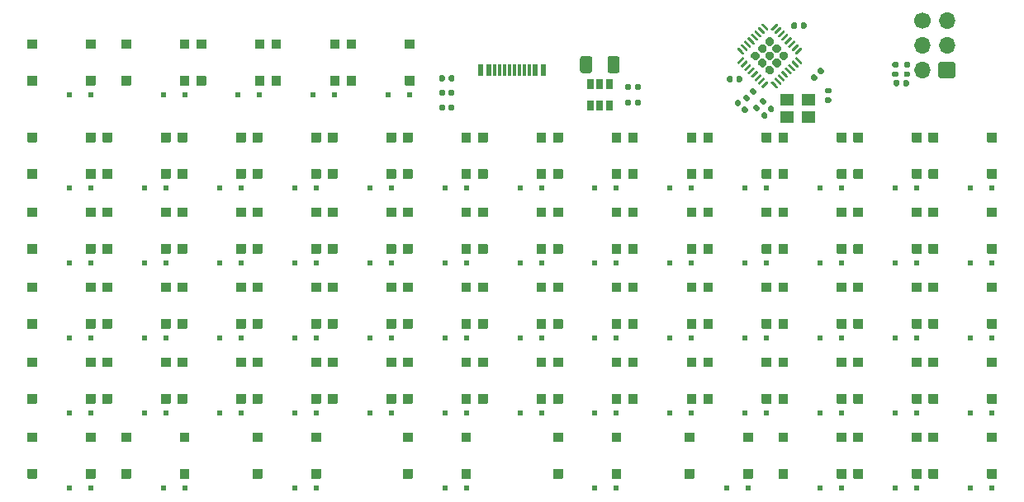
<source format=gbr>
G04 #@! TF.GenerationSoftware,KiCad,Pcbnew,(5.1.6)-1*
G04 #@! TF.CreationDate,2020-05-28T20:04:45-07:00*
G04 #@! TF.ProjectId,crokto,63726f6b-746f-42e6-9b69-6361645f7063,rev?*
G04 #@! TF.SameCoordinates,Original*
G04 #@! TF.FileFunction,Paste,Top*
G04 #@! TF.FilePolarity,Positive*
%FSLAX46Y46*%
G04 Gerber Fmt 4.6, Leading zero omitted, Abs format (unit mm)*
G04 Created by KiCad (PCBNEW (5.1.6)-1) date 2020-05-28 20:04:45*
%MOMM*%
%LPD*%
G01*
G04 APERTURE LIST*
%ADD10O,1.700000X1.700000*%
%ADD11C,1.700000*%
%ADD12R,0.300000X1.150000*%
%ADD13R,0.600000X1.150000*%
%ADD14R,0.500000X0.500000*%
%ADD15R,1.400000X1.200000*%
%ADD16R,0.650000X1.060000*%
G04 APERTURE END LIST*
G36*
G01*
X93720000Y-7220000D02*
X93720000Y-5860000D01*
G75*
G02*
X93890000Y-5690000I170000J0D01*
G01*
X95250000Y-5690000D01*
G75*
G02*
X95420000Y-5860000I0J-170000D01*
G01*
X95420000Y-7220000D01*
G75*
G02*
X95250000Y-7390000I-170000J0D01*
G01*
X93890000Y-7390000D01*
G75*
G02*
X93720000Y-7220000I0J170000D01*
G01*
G37*
D10*
X92030000Y-6540000D03*
X94570000Y-4000000D03*
X92030000Y-4000000D03*
X94570000Y-1460000D03*
D11*
X92030000Y-1460000D03*
D12*
X50250000Y-6600000D03*
X49750000Y-6600000D03*
X49250000Y-6600000D03*
X50750000Y-6600000D03*
X48750000Y-6600000D03*
X51250000Y-6600000D03*
X48250000Y-6600000D03*
X51750000Y-6600000D03*
D13*
X52400000Y-6600000D03*
X47600000Y-6600000D03*
X53200000Y-6600000D03*
X46800000Y-6600000D03*
G36*
G01*
X43490000Y-7572500D02*
X43490000Y-7227500D01*
G75*
G02*
X43637500Y-7080000I147500J0D01*
G01*
X43932500Y-7080000D01*
G75*
G02*
X44080000Y-7227500I0J-147500D01*
G01*
X44080000Y-7572500D01*
G75*
G02*
X43932500Y-7720000I-147500J0D01*
G01*
X43637500Y-7720000D01*
G75*
G02*
X43490000Y-7572500I0J147500D01*
G01*
G37*
G36*
G01*
X42520000Y-7572500D02*
X42520000Y-7227500D01*
G75*
G02*
X42667500Y-7080000I147500J0D01*
G01*
X42962500Y-7080000D01*
G75*
G02*
X43110000Y-7227500I0J-147500D01*
G01*
X43110000Y-7572500D01*
G75*
G02*
X42962500Y-7720000I-147500J0D01*
G01*
X42667500Y-7720000D01*
G75*
G02*
X42520000Y-7572500I0J147500D01*
G01*
G37*
G36*
G01*
X43490000Y-9072500D02*
X43490000Y-8727500D01*
G75*
G02*
X43637500Y-8580000I147500J0D01*
G01*
X43932500Y-8580000D01*
G75*
G02*
X44080000Y-8727500I0J-147500D01*
G01*
X44080000Y-9072500D01*
G75*
G02*
X43932500Y-9220000I-147500J0D01*
G01*
X43637500Y-9220000D01*
G75*
G02*
X43490000Y-9072500I0J147500D01*
G01*
G37*
G36*
G01*
X42520000Y-9072500D02*
X42520000Y-8727500D01*
G75*
G02*
X42667500Y-8580000I147500J0D01*
G01*
X42962500Y-8580000D01*
G75*
G02*
X43110000Y-8727500I0J-147500D01*
G01*
X43110000Y-9072500D01*
G75*
G02*
X42962500Y-9220000I-147500J0D01*
G01*
X42667500Y-9220000D01*
G75*
G02*
X42520000Y-9072500I0J147500D01*
G01*
G37*
G36*
G01*
X43490000Y-10572500D02*
X43490000Y-10227500D01*
G75*
G02*
X43637500Y-10080000I147500J0D01*
G01*
X43932500Y-10080000D01*
G75*
G02*
X44080000Y-10227500I0J-147500D01*
G01*
X44080000Y-10572500D01*
G75*
G02*
X43932500Y-10720000I-147500J0D01*
G01*
X43637500Y-10720000D01*
G75*
G02*
X43490000Y-10572500I0J147500D01*
G01*
G37*
G36*
G01*
X42520000Y-10572500D02*
X42520000Y-10227500D01*
G75*
G02*
X42667500Y-10080000I147500J0D01*
G01*
X42962500Y-10080000D01*
G75*
G02*
X43110000Y-10227500I0J-147500D01*
G01*
X43110000Y-10572500D01*
G75*
G02*
X42962500Y-10720000I-147500J0D01*
G01*
X42667500Y-10720000D01*
G75*
G02*
X42520000Y-10572500I0J147500D01*
G01*
G37*
G36*
G01*
X62900000Y-13025000D02*
X62900000Y-13925000D01*
G75*
G02*
X62850000Y-13975000I-50000J0D01*
G01*
X61950000Y-13975000D01*
G75*
G02*
X61900000Y-13925000I0J50000D01*
G01*
X61900000Y-13025000D01*
G75*
G02*
X61950000Y-12975000I50000J0D01*
G01*
X62850000Y-12975000D01*
G75*
G02*
X62900000Y-13025000I0J-50000D01*
G01*
G37*
G36*
G01*
X68900000Y-13025000D02*
X68900000Y-13925000D01*
G75*
G02*
X68850000Y-13975000I-50000J0D01*
G01*
X67950000Y-13975000D01*
G75*
G02*
X67900000Y-13925000I0J50000D01*
G01*
X67900000Y-13025000D01*
G75*
G02*
X67950000Y-12975000I50000J0D01*
G01*
X68850000Y-12975000D01*
G75*
G02*
X68900000Y-13025000I0J-50000D01*
G01*
G37*
G36*
G01*
X62900000Y-16775000D02*
X62900000Y-17675000D01*
G75*
G02*
X62850000Y-17725000I-50000J0D01*
G01*
X61950000Y-17725000D01*
G75*
G02*
X61900000Y-17675000I0J50000D01*
G01*
X61900000Y-16775000D01*
G75*
G02*
X61950000Y-16725000I50000J0D01*
G01*
X62850000Y-16725000D01*
G75*
G02*
X62900000Y-16775000I0J-50000D01*
G01*
G37*
G36*
G01*
X68900000Y-16775000D02*
X68900000Y-17675000D01*
G75*
G02*
X68850000Y-17725000I-50000J0D01*
G01*
X67950000Y-17725000D01*
G75*
G02*
X67900000Y-17675000I0J50000D01*
G01*
X67900000Y-16775000D01*
G75*
G02*
X67950000Y-16725000I50000J0D01*
G01*
X68850000Y-16725000D01*
G75*
G02*
X68900000Y-16775000I0J-50000D01*
G01*
G37*
G36*
G01*
X34025000Y-3450000D02*
X34025000Y-4350000D01*
G75*
G02*
X33975000Y-4400000I-50000J0D01*
G01*
X33075000Y-4400000D01*
G75*
G02*
X33025000Y-4350000I0J50000D01*
G01*
X33025000Y-3450000D01*
G75*
G02*
X33075000Y-3400000I50000J0D01*
G01*
X33975000Y-3400000D01*
G75*
G02*
X34025000Y-3450000I0J-50000D01*
G01*
G37*
G36*
G01*
X40025000Y-3450000D02*
X40025000Y-4350000D01*
G75*
G02*
X39975000Y-4400000I-50000J0D01*
G01*
X39075000Y-4400000D01*
G75*
G02*
X39025000Y-4350000I0J50000D01*
G01*
X39025000Y-3450000D01*
G75*
G02*
X39075000Y-3400000I50000J0D01*
G01*
X39975000Y-3400000D01*
G75*
G02*
X40025000Y-3450000I0J-50000D01*
G01*
G37*
G36*
G01*
X34025000Y-7200000D02*
X34025000Y-8100000D01*
G75*
G02*
X33975000Y-8150000I-50000J0D01*
G01*
X33075000Y-8150000D01*
G75*
G02*
X33025000Y-8100000I0J50000D01*
G01*
X33025000Y-7200000D01*
G75*
G02*
X33075000Y-7150000I50000J0D01*
G01*
X33975000Y-7150000D01*
G75*
G02*
X34025000Y-7200000I0J-50000D01*
G01*
G37*
G36*
G01*
X40025000Y-7200000D02*
X40025000Y-8100000D01*
G75*
G02*
X39975000Y-8150000I-50000J0D01*
G01*
X39075000Y-8150000D01*
G75*
G02*
X39025000Y-8100000I0J50000D01*
G01*
X39025000Y-7200000D01*
G75*
G02*
X39075000Y-7150000I50000J0D01*
G01*
X39975000Y-7150000D01*
G75*
G02*
X40025000Y-7200000I0J-50000D01*
G01*
G37*
G36*
G01*
X26325000Y-3450000D02*
X26325000Y-4350000D01*
G75*
G02*
X26275000Y-4400000I-50000J0D01*
G01*
X25375000Y-4400000D01*
G75*
G02*
X25325000Y-4350000I0J50000D01*
G01*
X25325000Y-3450000D01*
G75*
G02*
X25375000Y-3400000I50000J0D01*
G01*
X26275000Y-3400000D01*
G75*
G02*
X26325000Y-3450000I0J-50000D01*
G01*
G37*
G36*
G01*
X32325000Y-3450000D02*
X32325000Y-4350000D01*
G75*
G02*
X32275000Y-4400000I-50000J0D01*
G01*
X31375000Y-4400000D01*
G75*
G02*
X31325000Y-4350000I0J50000D01*
G01*
X31325000Y-3450000D01*
G75*
G02*
X31375000Y-3400000I50000J0D01*
G01*
X32275000Y-3400000D01*
G75*
G02*
X32325000Y-3450000I0J-50000D01*
G01*
G37*
G36*
G01*
X26325000Y-7200000D02*
X26325000Y-8100000D01*
G75*
G02*
X26275000Y-8150000I-50000J0D01*
G01*
X25375000Y-8150000D01*
G75*
G02*
X25325000Y-8100000I0J50000D01*
G01*
X25325000Y-7200000D01*
G75*
G02*
X25375000Y-7150000I50000J0D01*
G01*
X26275000Y-7150000D01*
G75*
G02*
X26325000Y-7200000I0J-50000D01*
G01*
G37*
G36*
G01*
X32325000Y-7200000D02*
X32325000Y-8100000D01*
G75*
G02*
X32275000Y-8150000I-50000J0D01*
G01*
X31375000Y-8150000D01*
G75*
G02*
X31325000Y-8100000I0J50000D01*
G01*
X31325000Y-7200000D01*
G75*
G02*
X31375000Y-7150000I50000J0D01*
G01*
X32275000Y-7150000D01*
G75*
G02*
X32325000Y-7200000I0J-50000D01*
G01*
G37*
G36*
G01*
X18625000Y-3450000D02*
X18625000Y-4350000D01*
G75*
G02*
X18575000Y-4400000I-50000J0D01*
G01*
X17675000Y-4400000D01*
G75*
G02*
X17625000Y-4350000I0J50000D01*
G01*
X17625000Y-3450000D01*
G75*
G02*
X17675000Y-3400000I50000J0D01*
G01*
X18575000Y-3400000D01*
G75*
G02*
X18625000Y-3450000I0J-50000D01*
G01*
G37*
G36*
G01*
X24625000Y-3450000D02*
X24625000Y-4350000D01*
G75*
G02*
X24575000Y-4400000I-50000J0D01*
G01*
X23675000Y-4400000D01*
G75*
G02*
X23625000Y-4350000I0J50000D01*
G01*
X23625000Y-3450000D01*
G75*
G02*
X23675000Y-3400000I50000J0D01*
G01*
X24575000Y-3400000D01*
G75*
G02*
X24625000Y-3450000I0J-50000D01*
G01*
G37*
G36*
G01*
X18625000Y-7200000D02*
X18625000Y-8100000D01*
G75*
G02*
X18575000Y-8150000I-50000J0D01*
G01*
X17675000Y-8150000D01*
G75*
G02*
X17625000Y-8100000I0J50000D01*
G01*
X17625000Y-7200000D01*
G75*
G02*
X17675000Y-7150000I50000J0D01*
G01*
X18575000Y-7150000D01*
G75*
G02*
X18625000Y-7200000I0J-50000D01*
G01*
G37*
G36*
G01*
X24625000Y-7200000D02*
X24625000Y-8100000D01*
G75*
G02*
X24575000Y-8150000I-50000J0D01*
G01*
X23675000Y-8150000D01*
G75*
G02*
X23625000Y-8100000I0J50000D01*
G01*
X23625000Y-7200000D01*
G75*
G02*
X23675000Y-7150000I50000J0D01*
G01*
X24575000Y-7150000D01*
G75*
G02*
X24625000Y-7200000I0J-50000D01*
G01*
G37*
G36*
G01*
X10925000Y-3450000D02*
X10925000Y-4350000D01*
G75*
G02*
X10875000Y-4400000I-50000J0D01*
G01*
X9975000Y-4400000D01*
G75*
G02*
X9925000Y-4350000I0J50000D01*
G01*
X9925000Y-3450000D01*
G75*
G02*
X9975000Y-3400000I50000J0D01*
G01*
X10875000Y-3400000D01*
G75*
G02*
X10925000Y-3450000I0J-50000D01*
G01*
G37*
G36*
G01*
X16925000Y-3450000D02*
X16925000Y-4350000D01*
G75*
G02*
X16875000Y-4400000I-50000J0D01*
G01*
X15975000Y-4400000D01*
G75*
G02*
X15925000Y-4350000I0J50000D01*
G01*
X15925000Y-3450000D01*
G75*
G02*
X15975000Y-3400000I50000J0D01*
G01*
X16875000Y-3400000D01*
G75*
G02*
X16925000Y-3450000I0J-50000D01*
G01*
G37*
G36*
G01*
X10925000Y-7200000D02*
X10925000Y-8100000D01*
G75*
G02*
X10875000Y-8150000I-50000J0D01*
G01*
X9975000Y-8150000D01*
G75*
G02*
X9925000Y-8100000I0J50000D01*
G01*
X9925000Y-7200000D01*
G75*
G02*
X9975000Y-7150000I50000J0D01*
G01*
X10875000Y-7150000D01*
G75*
G02*
X10925000Y-7200000I0J-50000D01*
G01*
G37*
G36*
G01*
X16925000Y-7200000D02*
X16925000Y-8100000D01*
G75*
G02*
X16875000Y-8150000I-50000J0D01*
G01*
X15975000Y-8150000D01*
G75*
G02*
X15925000Y-8100000I0J50000D01*
G01*
X15925000Y-7200000D01*
G75*
G02*
X15975000Y-7150000I50000J0D01*
G01*
X16875000Y-7150000D01*
G75*
G02*
X16925000Y-7200000I0J-50000D01*
G01*
G37*
G36*
G01*
X1300000Y-3450000D02*
X1300000Y-4350000D01*
G75*
G02*
X1250000Y-4400000I-50000J0D01*
G01*
X350000Y-4400000D01*
G75*
G02*
X300000Y-4350000I0J50000D01*
G01*
X300000Y-3450000D01*
G75*
G02*
X350000Y-3400000I50000J0D01*
G01*
X1250000Y-3400000D01*
G75*
G02*
X1300000Y-3450000I0J-50000D01*
G01*
G37*
G36*
G01*
X7300000Y-3450000D02*
X7300000Y-4350000D01*
G75*
G02*
X7250000Y-4400000I-50000J0D01*
G01*
X6350000Y-4400000D01*
G75*
G02*
X6300000Y-4350000I0J50000D01*
G01*
X6300000Y-3450000D01*
G75*
G02*
X6350000Y-3400000I50000J0D01*
G01*
X7250000Y-3400000D01*
G75*
G02*
X7300000Y-3450000I0J-50000D01*
G01*
G37*
G36*
G01*
X1300000Y-7200000D02*
X1300000Y-8100000D01*
G75*
G02*
X1250000Y-8150000I-50000J0D01*
G01*
X350000Y-8150000D01*
G75*
G02*
X300000Y-8100000I0J50000D01*
G01*
X300000Y-7200000D01*
G75*
G02*
X350000Y-7150000I50000J0D01*
G01*
X1250000Y-7150000D01*
G75*
G02*
X1300000Y-7200000I0J-50000D01*
G01*
G37*
G36*
G01*
X7300000Y-7200000D02*
X7300000Y-8100000D01*
G75*
G02*
X7250000Y-8150000I-50000J0D01*
G01*
X6350000Y-8150000D01*
G75*
G02*
X6300000Y-8100000I0J50000D01*
G01*
X6300000Y-7200000D01*
G75*
G02*
X6350000Y-7150000I50000J0D01*
G01*
X7250000Y-7150000D01*
G75*
G02*
X7300000Y-7200000I0J-50000D01*
G01*
G37*
G36*
G01*
X1300000Y-20725000D02*
X1300000Y-21625000D01*
G75*
G02*
X1250000Y-21675000I-50000J0D01*
G01*
X350000Y-21675000D01*
G75*
G02*
X300000Y-21625000I0J50000D01*
G01*
X300000Y-20725000D01*
G75*
G02*
X350000Y-20675000I50000J0D01*
G01*
X1250000Y-20675000D01*
G75*
G02*
X1300000Y-20725000I0J-50000D01*
G01*
G37*
G36*
G01*
X7300000Y-20725000D02*
X7300000Y-21625000D01*
G75*
G02*
X7250000Y-21675000I-50000J0D01*
G01*
X6350000Y-21675000D01*
G75*
G02*
X6300000Y-21625000I0J50000D01*
G01*
X6300000Y-20725000D01*
G75*
G02*
X6350000Y-20675000I50000J0D01*
G01*
X7250000Y-20675000D01*
G75*
G02*
X7300000Y-20725000I0J-50000D01*
G01*
G37*
G36*
G01*
X1300000Y-24475000D02*
X1300000Y-25375000D01*
G75*
G02*
X1250000Y-25425000I-50000J0D01*
G01*
X350000Y-25425000D01*
G75*
G02*
X300000Y-25375000I0J50000D01*
G01*
X300000Y-24475000D01*
G75*
G02*
X350000Y-24425000I50000J0D01*
G01*
X1250000Y-24425000D01*
G75*
G02*
X1300000Y-24475000I0J-50000D01*
G01*
G37*
G36*
G01*
X7300000Y-24475000D02*
X7300000Y-25375000D01*
G75*
G02*
X7250000Y-25425000I-50000J0D01*
G01*
X6350000Y-25425000D01*
G75*
G02*
X6300000Y-25375000I0J50000D01*
G01*
X6300000Y-24475000D01*
G75*
G02*
X6350000Y-24425000I50000J0D01*
G01*
X7250000Y-24425000D01*
G75*
G02*
X7300000Y-24475000I0J-50000D01*
G01*
G37*
G36*
G01*
X1300000Y-13025000D02*
X1300000Y-13925000D01*
G75*
G02*
X1250000Y-13975000I-50000J0D01*
G01*
X350000Y-13975000D01*
G75*
G02*
X300000Y-13925000I0J50000D01*
G01*
X300000Y-13025000D01*
G75*
G02*
X350000Y-12975000I50000J0D01*
G01*
X1250000Y-12975000D01*
G75*
G02*
X1300000Y-13025000I0J-50000D01*
G01*
G37*
G36*
G01*
X7300000Y-13025000D02*
X7300000Y-13925000D01*
G75*
G02*
X7250000Y-13975000I-50000J0D01*
G01*
X6350000Y-13975000D01*
G75*
G02*
X6300000Y-13925000I0J50000D01*
G01*
X6300000Y-13025000D01*
G75*
G02*
X6350000Y-12975000I50000J0D01*
G01*
X7250000Y-12975000D01*
G75*
G02*
X7300000Y-13025000I0J-50000D01*
G01*
G37*
G36*
G01*
X1300000Y-16775000D02*
X1300000Y-17675000D01*
G75*
G02*
X1250000Y-17725000I-50000J0D01*
G01*
X350000Y-17725000D01*
G75*
G02*
X300000Y-17675000I0J50000D01*
G01*
X300000Y-16775000D01*
G75*
G02*
X350000Y-16725000I50000J0D01*
G01*
X1250000Y-16725000D01*
G75*
G02*
X1300000Y-16775000I0J-50000D01*
G01*
G37*
G36*
G01*
X7300000Y-16775000D02*
X7300000Y-17675000D01*
G75*
G02*
X7250000Y-17725000I-50000J0D01*
G01*
X6350000Y-17725000D01*
G75*
G02*
X6300000Y-17675000I0J50000D01*
G01*
X6300000Y-16775000D01*
G75*
G02*
X6350000Y-16725000I50000J0D01*
G01*
X7250000Y-16725000D01*
G75*
G02*
X7300000Y-16775000I0J-50000D01*
G01*
G37*
G36*
G01*
X9000000Y-13025000D02*
X9000000Y-13925000D01*
G75*
G02*
X8950000Y-13975000I-50000J0D01*
G01*
X8050000Y-13975000D01*
G75*
G02*
X8000000Y-13925000I0J50000D01*
G01*
X8000000Y-13025000D01*
G75*
G02*
X8050000Y-12975000I50000J0D01*
G01*
X8950000Y-12975000D01*
G75*
G02*
X9000000Y-13025000I0J-50000D01*
G01*
G37*
G36*
G01*
X15000000Y-13025000D02*
X15000000Y-13925000D01*
G75*
G02*
X14950000Y-13975000I-50000J0D01*
G01*
X14050000Y-13975000D01*
G75*
G02*
X14000000Y-13925000I0J50000D01*
G01*
X14000000Y-13025000D01*
G75*
G02*
X14050000Y-12975000I50000J0D01*
G01*
X14950000Y-12975000D01*
G75*
G02*
X15000000Y-13025000I0J-50000D01*
G01*
G37*
G36*
G01*
X9000000Y-16775000D02*
X9000000Y-17675000D01*
G75*
G02*
X8950000Y-17725000I-50000J0D01*
G01*
X8050000Y-17725000D01*
G75*
G02*
X8000000Y-17675000I0J50000D01*
G01*
X8000000Y-16775000D01*
G75*
G02*
X8050000Y-16725000I50000J0D01*
G01*
X8950000Y-16725000D01*
G75*
G02*
X9000000Y-16775000I0J-50000D01*
G01*
G37*
G36*
G01*
X15000000Y-16775000D02*
X15000000Y-17675000D01*
G75*
G02*
X14950000Y-17725000I-50000J0D01*
G01*
X14050000Y-17725000D01*
G75*
G02*
X14000000Y-17675000I0J50000D01*
G01*
X14000000Y-16775000D01*
G75*
G02*
X14050000Y-16725000I50000J0D01*
G01*
X14950000Y-16725000D01*
G75*
G02*
X15000000Y-16775000I0J-50000D01*
G01*
G37*
G36*
G01*
X16700000Y-13025000D02*
X16700000Y-13925000D01*
G75*
G02*
X16650000Y-13975000I-50000J0D01*
G01*
X15750000Y-13975000D01*
G75*
G02*
X15700000Y-13925000I0J50000D01*
G01*
X15700000Y-13025000D01*
G75*
G02*
X15750000Y-12975000I50000J0D01*
G01*
X16650000Y-12975000D01*
G75*
G02*
X16700000Y-13025000I0J-50000D01*
G01*
G37*
G36*
G01*
X22700000Y-13025000D02*
X22700000Y-13925000D01*
G75*
G02*
X22650000Y-13975000I-50000J0D01*
G01*
X21750000Y-13975000D01*
G75*
G02*
X21700000Y-13925000I0J50000D01*
G01*
X21700000Y-13025000D01*
G75*
G02*
X21750000Y-12975000I50000J0D01*
G01*
X22650000Y-12975000D01*
G75*
G02*
X22700000Y-13025000I0J-50000D01*
G01*
G37*
G36*
G01*
X16700000Y-16775000D02*
X16700000Y-17675000D01*
G75*
G02*
X16650000Y-17725000I-50000J0D01*
G01*
X15750000Y-17725000D01*
G75*
G02*
X15700000Y-17675000I0J50000D01*
G01*
X15700000Y-16775000D01*
G75*
G02*
X15750000Y-16725000I50000J0D01*
G01*
X16650000Y-16725000D01*
G75*
G02*
X16700000Y-16775000I0J-50000D01*
G01*
G37*
G36*
G01*
X22700000Y-16775000D02*
X22700000Y-17675000D01*
G75*
G02*
X22650000Y-17725000I-50000J0D01*
G01*
X21750000Y-17725000D01*
G75*
G02*
X21700000Y-17675000I0J50000D01*
G01*
X21700000Y-16775000D01*
G75*
G02*
X21750000Y-16725000I50000J0D01*
G01*
X22650000Y-16725000D01*
G75*
G02*
X22700000Y-16775000I0J-50000D01*
G01*
G37*
G36*
G01*
X24400000Y-13025000D02*
X24400000Y-13925000D01*
G75*
G02*
X24350000Y-13975000I-50000J0D01*
G01*
X23450000Y-13975000D01*
G75*
G02*
X23400000Y-13925000I0J50000D01*
G01*
X23400000Y-13025000D01*
G75*
G02*
X23450000Y-12975000I50000J0D01*
G01*
X24350000Y-12975000D01*
G75*
G02*
X24400000Y-13025000I0J-50000D01*
G01*
G37*
G36*
G01*
X30400000Y-13025000D02*
X30400000Y-13925000D01*
G75*
G02*
X30350000Y-13975000I-50000J0D01*
G01*
X29450000Y-13975000D01*
G75*
G02*
X29400000Y-13925000I0J50000D01*
G01*
X29400000Y-13025000D01*
G75*
G02*
X29450000Y-12975000I50000J0D01*
G01*
X30350000Y-12975000D01*
G75*
G02*
X30400000Y-13025000I0J-50000D01*
G01*
G37*
G36*
G01*
X24400000Y-16775000D02*
X24400000Y-17675000D01*
G75*
G02*
X24350000Y-17725000I-50000J0D01*
G01*
X23450000Y-17725000D01*
G75*
G02*
X23400000Y-17675000I0J50000D01*
G01*
X23400000Y-16775000D01*
G75*
G02*
X23450000Y-16725000I50000J0D01*
G01*
X24350000Y-16725000D01*
G75*
G02*
X24400000Y-16775000I0J-50000D01*
G01*
G37*
G36*
G01*
X30400000Y-16775000D02*
X30400000Y-17675000D01*
G75*
G02*
X30350000Y-17725000I-50000J0D01*
G01*
X29450000Y-17725000D01*
G75*
G02*
X29400000Y-17675000I0J50000D01*
G01*
X29400000Y-16775000D01*
G75*
G02*
X29450000Y-16725000I50000J0D01*
G01*
X30350000Y-16725000D01*
G75*
G02*
X30400000Y-16775000I0J-50000D01*
G01*
G37*
G36*
G01*
X32100000Y-13025000D02*
X32100000Y-13925000D01*
G75*
G02*
X32050000Y-13975000I-50000J0D01*
G01*
X31150000Y-13975000D01*
G75*
G02*
X31100000Y-13925000I0J50000D01*
G01*
X31100000Y-13025000D01*
G75*
G02*
X31150000Y-12975000I50000J0D01*
G01*
X32050000Y-12975000D01*
G75*
G02*
X32100000Y-13025000I0J-50000D01*
G01*
G37*
G36*
G01*
X38100000Y-13025000D02*
X38100000Y-13925000D01*
G75*
G02*
X38050000Y-13975000I-50000J0D01*
G01*
X37150000Y-13975000D01*
G75*
G02*
X37100000Y-13925000I0J50000D01*
G01*
X37100000Y-13025000D01*
G75*
G02*
X37150000Y-12975000I50000J0D01*
G01*
X38050000Y-12975000D01*
G75*
G02*
X38100000Y-13025000I0J-50000D01*
G01*
G37*
G36*
G01*
X32100000Y-16775000D02*
X32100000Y-17675000D01*
G75*
G02*
X32050000Y-17725000I-50000J0D01*
G01*
X31150000Y-17725000D01*
G75*
G02*
X31100000Y-17675000I0J50000D01*
G01*
X31100000Y-16775000D01*
G75*
G02*
X31150000Y-16725000I50000J0D01*
G01*
X32050000Y-16725000D01*
G75*
G02*
X32100000Y-16775000I0J-50000D01*
G01*
G37*
G36*
G01*
X38100000Y-16775000D02*
X38100000Y-17675000D01*
G75*
G02*
X38050000Y-17725000I-50000J0D01*
G01*
X37150000Y-17725000D01*
G75*
G02*
X37100000Y-17675000I0J50000D01*
G01*
X37100000Y-16775000D01*
G75*
G02*
X37150000Y-16725000I50000J0D01*
G01*
X38050000Y-16725000D01*
G75*
G02*
X38100000Y-16775000I0J-50000D01*
G01*
G37*
G36*
G01*
X39800000Y-13025000D02*
X39800000Y-13925000D01*
G75*
G02*
X39750000Y-13975000I-50000J0D01*
G01*
X38850000Y-13975000D01*
G75*
G02*
X38800000Y-13925000I0J50000D01*
G01*
X38800000Y-13025000D01*
G75*
G02*
X38850000Y-12975000I50000J0D01*
G01*
X39750000Y-12975000D01*
G75*
G02*
X39800000Y-13025000I0J-50000D01*
G01*
G37*
G36*
G01*
X45800000Y-13025000D02*
X45800000Y-13925000D01*
G75*
G02*
X45750000Y-13975000I-50000J0D01*
G01*
X44850000Y-13975000D01*
G75*
G02*
X44800000Y-13925000I0J50000D01*
G01*
X44800000Y-13025000D01*
G75*
G02*
X44850000Y-12975000I50000J0D01*
G01*
X45750000Y-12975000D01*
G75*
G02*
X45800000Y-13025000I0J-50000D01*
G01*
G37*
G36*
G01*
X39800000Y-16775000D02*
X39800000Y-17675000D01*
G75*
G02*
X39750000Y-17725000I-50000J0D01*
G01*
X38850000Y-17725000D01*
G75*
G02*
X38800000Y-17675000I0J50000D01*
G01*
X38800000Y-16775000D01*
G75*
G02*
X38850000Y-16725000I50000J0D01*
G01*
X39750000Y-16725000D01*
G75*
G02*
X39800000Y-16775000I0J-50000D01*
G01*
G37*
G36*
G01*
X45800000Y-16775000D02*
X45800000Y-17675000D01*
G75*
G02*
X45750000Y-17725000I-50000J0D01*
G01*
X44850000Y-17725000D01*
G75*
G02*
X44800000Y-17675000I0J50000D01*
G01*
X44800000Y-16775000D01*
G75*
G02*
X44850000Y-16725000I50000J0D01*
G01*
X45750000Y-16725000D01*
G75*
G02*
X45800000Y-16775000I0J-50000D01*
G01*
G37*
G36*
G01*
X47500000Y-13025000D02*
X47500000Y-13925000D01*
G75*
G02*
X47450000Y-13975000I-50000J0D01*
G01*
X46550000Y-13975000D01*
G75*
G02*
X46500000Y-13925000I0J50000D01*
G01*
X46500000Y-13025000D01*
G75*
G02*
X46550000Y-12975000I50000J0D01*
G01*
X47450000Y-12975000D01*
G75*
G02*
X47500000Y-13025000I0J-50000D01*
G01*
G37*
G36*
G01*
X53500000Y-13025000D02*
X53500000Y-13925000D01*
G75*
G02*
X53450000Y-13975000I-50000J0D01*
G01*
X52550000Y-13975000D01*
G75*
G02*
X52500000Y-13925000I0J50000D01*
G01*
X52500000Y-13025000D01*
G75*
G02*
X52550000Y-12975000I50000J0D01*
G01*
X53450000Y-12975000D01*
G75*
G02*
X53500000Y-13025000I0J-50000D01*
G01*
G37*
G36*
G01*
X47500000Y-16775000D02*
X47500000Y-17675000D01*
G75*
G02*
X47450000Y-17725000I-50000J0D01*
G01*
X46550000Y-17725000D01*
G75*
G02*
X46500000Y-17675000I0J50000D01*
G01*
X46500000Y-16775000D01*
G75*
G02*
X46550000Y-16725000I50000J0D01*
G01*
X47450000Y-16725000D01*
G75*
G02*
X47500000Y-16775000I0J-50000D01*
G01*
G37*
G36*
G01*
X53500000Y-16775000D02*
X53500000Y-17675000D01*
G75*
G02*
X53450000Y-17725000I-50000J0D01*
G01*
X52550000Y-17725000D01*
G75*
G02*
X52500000Y-17675000I0J50000D01*
G01*
X52500000Y-16775000D01*
G75*
G02*
X52550000Y-16725000I50000J0D01*
G01*
X53450000Y-16725000D01*
G75*
G02*
X53500000Y-16775000I0J-50000D01*
G01*
G37*
G36*
G01*
X55200000Y-13025000D02*
X55200000Y-13925000D01*
G75*
G02*
X55150000Y-13975000I-50000J0D01*
G01*
X54250000Y-13975000D01*
G75*
G02*
X54200000Y-13925000I0J50000D01*
G01*
X54200000Y-13025000D01*
G75*
G02*
X54250000Y-12975000I50000J0D01*
G01*
X55150000Y-12975000D01*
G75*
G02*
X55200000Y-13025000I0J-50000D01*
G01*
G37*
G36*
G01*
X61200000Y-13025000D02*
X61200000Y-13925000D01*
G75*
G02*
X61150000Y-13975000I-50000J0D01*
G01*
X60250000Y-13975000D01*
G75*
G02*
X60200000Y-13925000I0J50000D01*
G01*
X60200000Y-13025000D01*
G75*
G02*
X60250000Y-12975000I50000J0D01*
G01*
X61150000Y-12975000D01*
G75*
G02*
X61200000Y-13025000I0J-50000D01*
G01*
G37*
G36*
G01*
X55200000Y-16775000D02*
X55200000Y-17675000D01*
G75*
G02*
X55150000Y-17725000I-50000J0D01*
G01*
X54250000Y-17725000D01*
G75*
G02*
X54200000Y-17675000I0J50000D01*
G01*
X54200000Y-16775000D01*
G75*
G02*
X54250000Y-16725000I50000J0D01*
G01*
X55150000Y-16725000D01*
G75*
G02*
X55200000Y-16775000I0J-50000D01*
G01*
G37*
G36*
G01*
X61200000Y-16775000D02*
X61200000Y-17675000D01*
G75*
G02*
X61150000Y-17725000I-50000J0D01*
G01*
X60250000Y-17725000D01*
G75*
G02*
X60200000Y-17675000I0J50000D01*
G01*
X60200000Y-16775000D01*
G75*
G02*
X60250000Y-16725000I50000J0D01*
G01*
X61150000Y-16725000D01*
G75*
G02*
X61200000Y-16775000I0J-50000D01*
G01*
G37*
G36*
G01*
X70600000Y-13025000D02*
X70600000Y-13925000D01*
G75*
G02*
X70550000Y-13975000I-50000J0D01*
G01*
X69650000Y-13975000D01*
G75*
G02*
X69600000Y-13925000I0J50000D01*
G01*
X69600000Y-13025000D01*
G75*
G02*
X69650000Y-12975000I50000J0D01*
G01*
X70550000Y-12975000D01*
G75*
G02*
X70600000Y-13025000I0J-50000D01*
G01*
G37*
G36*
G01*
X76600000Y-13025000D02*
X76600000Y-13925000D01*
G75*
G02*
X76550000Y-13975000I-50000J0D01*
G01*
X75650000Y-13975000D01*
G75*
G02*
X75600000Y-13925000I0J50000D01*
G01*
X75600000Y-13025000D01*
G75*
G02*
X75650000Y-12975000I50000J0D01*
G01*
X76550000Y-12975000D01*
G75*
G02*
X76600000Y-13025000I0J-50000D01*
G01*
G37*
G36*
G01*
X70600000Y-16775000D02*
X70600000Y-17675000D01*
G75*
G02*
X70550000Y-17725000I-50000J0D01*
G01*
X69650000Y-17725000D01*
G75*
G02*
X69600000Y-17675000I0J50000D01*
G01*
X69600000Y-16775000D01*
G75*
G02*
X69650000Y-16725000I50000J0D01*
G01*
X70550000Y-16725000D01*
G75*
G02*
X70600000Y-16775000I0J-50000D01*
G01*
G37*
G36*
G01*
X76600000Y-16775000D02*
X76600000Y-17675000D01*
G75*
G02*
X76550000Y-17725000I-50000J0D01*
G01*
X75650000Y-17725000D01*
G75*
G02*
X75600000Y-17675000I0J50000D01*
G01*
X75600000Y-16775000D01*
G75*
G02*
X75650000Y-16725000I50000J0D01*
G01*
X76550000Y-16725000D01*
G75*
G02*
X76600000Y-16775000I0J-50000D01*
G01*
G37*
G36*
G01*
X78300000Y-13025000D02*
X78300000Y-13925000D01*
G75*
G02*
X78250000Y-13975000I-50000J0D01*
G01*
X77350000Y-13975000D01*
G75*
G02*
X77300000Y-13925000I0J50000D01*
G01*
X77300000Y-13025000D01*
G75*
G02*
X77350000Y-12975000I50000J0D01*
G01*
X78250000Y-12975000D01*
G75*
G02*
X78300000Y-13025000I0J-50000D01*
G01*
G37*
G36*
G01*
X84300000Y-13025000D02*
X84300000Y-13925000D01*
G75*
G02*
X84250000Y-13975000I-50000J0D01*
G01*
X83350000Y-13975000D01*
G75*
G02*
X83300000Y-13925000I0J50000D01*
G01*
X83300000Y-13025000D01*
G75*
G02*
X83350000Y-12975000I50000J0D01*
G01*
X84250000Y-12975000D01*
G75*
G02*
X84300000Y-13025000I0J-50000D01*
G01*
G37*
G36*
G01*
X78300000Y-16775000D02*
X78300000Y-17675000D01*
G75*
G02*
X78250000Y-17725000I-50000J0D01*
G01*
X77350000Y-17725000D01*
G75*
G02*
X77300000Y-17675000I0J50000D01*
G01*
X77300000Y-16775000D01*
G75*
G02*
X77350000Y-16725000I50000J0D01*
G01*
X78250000Y-16725000D01*
G75*
G02*
X78300000Y-16775000I0J-50000D01*
G01*
G37*
G36*
G01*
X84300000Y-16775000D02*
X84300000Y-17675000D01*
G75*
G02*
X84250000Y-17725000I-50000J0D01*
G01*
X83350000Y-17725000D01*
G75*
G02*
X83300000Y-17675000I0J50000D01*
G01*
X83300000Y-16775000D01*
G75*
G02*
X83350000Y-16725000I50000J0D01*
G01*
X84250000Y-16725000D01*
G75*
G02*
X84300000Y-16775000I0J-50000D01*
G01*
G37*
G36*
G01*
X86000000Y-13025000D02*
X86000000Y-13925000D01*
G75*
G02*
X85950000Y-13975000I-50000J0D01*
G01*
X85050000Y-13975000D01*
G75*
G02*
X85000000Y-13925000I0J50000D01*
G01*
X85000000Y-13025000D01*
G75*
G02*
X85050000Y-12975000I50000J0D01*
G01*
X85950000Y-12975000D01*
G75*
G02*
X86000000Y-13025000I0J-50000D01*
G01*
G37*
G36*
G01*
X92000000Y-13025000D02*
X92000000Y-13925000D01*
G75*
G02*
X91950000Y-13975000I-50000J0D01*
G01*
X91050000Y-13975000D01*
G75*
G02*
X91000000Y-13925000I0J50000D01*
G01*
X91000000Y-13025000D01*
G75*
G02*
X91050000Y-12975000I50000J0D01*
G01*
X91950000Y-12975000D01*
G75*
G02*
X92000000Y-13025000I0J-50000D01*
G01*
G37*
G36*
G01*
X86000000Y-16775000D02*
X86000000Y-17675000D01*
G75*
G02*
X85950000Y-17725000I-50000J0D01*
G01*
X85050000Y-17725000D01*
G75*
G02*
X85000000Y-17675000I0J50000D01*
G01*
X85000000Y-16775000D01*
G75*
G02*
X85050000Y-16725000I50000J0D01*
G01*
X85950000Y-16725000D01*
G75*
G02*
X86000000Y-16775000I0J-50000D01*
G01*
G37*
G36*
G01*
X92000000Y-16775000D02*
X92000000Y-17675000D01*
G75*
G02*
X91950000Y-17725000I-50000J0D01*
G01*
X91050000Y-17725000D01*
G75*
G02*
X91000000Y-17675000I0J50000D01*
G01*
X91000000Y-16775000D01*
G75*
G02*
X91050000Y-16725000I50000J0D01*
G01*
X91950000Y-16725000D01*
G75*
G02*
X92000000Y-16775000I0J-50000D01*
G01*
G37*
G36*
G01*
X93700000Y-13025000D02*
X93700000Y-13925000D01*
G75*
G02*
X93650000Y-13975000I-50000J0D01*
G01*
X92750000Y-13975000D01*
G75*
G02*
X92700000Y-13925000I0J50000D01*
G01*
X92700000Y-13025000D01*
G75*
G02*
X92750000Y-12975000I50000J0D01*
G01*
X93650000Y-12975000D01*
G75*
G02*
X93700000Y-13025000I0J-50000D01*
G01*
G37*
G36*
G01*
X99700000Y-13025000D02*
X99700000Y-13925000D01*
G75*
G02*
X99650000Y-13975000I-50000J0D01*
G01*
X98750000Y-13975000D01*
G75*
G02*
X98700000Y-13925000I0J50000D01*
G01*
X98700000Y-13025000D01*
G75*
G02*
X98750000Y-12975000I50000J0D01*
G01*
X99650000Y-12975000D01*
G75*
G02*
X99700000Y-13025000I0J-50000D01*
G01*
G37*
G36*
G01*
X93700000Y-16775000D02*
X93700000Y-17675000D01*
G75*
G02*
X93650000Y-17725000I-50000J0D01*
G01*
X92750000Y-17725000D01*
G75*
G02*
X92700000Y-17675000I0J50000D01*
G01*
X92700000Y-16775000D01*
G75*
G02*
X92750000Y-16725000I50000J0D01*
G01*
X93650000Y-16725000D01*
G75*
G02*
X93700000Y-16775000I0J-50000D01*
G01*
G37*
G36*
G01*
X99700000Y-16775000D02*
X99700000Y-17675000D01*
G75*
G02*
X99650000Y-17725000I-50000J0D01*
G01*
X98750000Y-17725000D01*
G75*
G02*
X98700000Y-17675000I0J50000D01*
G01*
X98700000Y-16775000D01*
G75*
G02*
X98750000Y-16725000I50000J0D01*
G01*
X99650000Y-16725000D01*
G75*
G02*
X99700000Y-16775000I0J-50000D01*
G01*
G37*
G36*
G01*
X9000000Y-20725000D02*
X9000000Y-21625000D01*
G75*
G02*
X8950000Y-21675000I-50000J0D01*
G01*
X8050000Y-21675000D01*
G75*
G02*
X8000000Y-21625000I0J50000D01*
G01*
X8000000Y-20725000D01*
G75*
G02*
X8050000Y-20675000I50000J0D01*
G01*
X8950000Y-20675000D01*
G75*
G02*
X9000000Y-20725000I0J-50000D01*
G01*
G37*
G36*
G01*
X15000000Y-20725000D02*
X15000000Y-21625000D01*
G75*
G02*
X14950000Y-21675000I-50000J0D01*
G01*
X14050000Y-21675000D01*
G75*
G02*
X14000000Y-21625000I0J50000D01*
G01*
X14000000Y-20725000D01*
G75*
G02*
X14050000Y-20675000I50000J0D01*
G01*
X14950000Y-20675000D01*
G75*
G02*
X15000000Y-20725000I0J-50000D01*
G01*
G37*
G36*
G01*
X9000000Y-24475000D02*
X9000000Y-25375000D01*
G75*
G02*
X8950000Y-25425000I-50000J0D01*
G01*
X8050000Y-25425000D01*
G75*
G02*
X8000000Y-25375000I0J50000D01*
G01*
X8000000Y-24475000D01*
G75*
G02*
X8050000Y-24425000I50000J0D01*
G01*
X8950000Y-24425000D01*
G75*
G02*
X9000000Y-24475000I0J-50000D01*
G01*
G37*
G36*
G01*
X15000000Y-24475000D02*
X15000000Y-25375000D01*
G75*
G02*
X14950000Y-25425000I-50000J0D01*
G01*
X14050000Y-25425000D01*
G75*
G02*
X14000000Y-25375000I0J50000D01*
G01*
X14000000Y-24475000D01*
G75*
G02*
X14050000Y-24425000I50000J0D01*
G01*
X14950000Y-24425000D01*
G75*
G02*
X15000000Y-24475000I0J-50000D01*
G01*
G37*
G36*
G01*
X16700000Y-20725000D02*
X16700000Y-21625000D01*
G75*
G02*
X16650000Y-21675000I-50000J0D01*
G01*
X15750000Y-21675000D01*
G75*
G02*
X15700000Y-21625000I0J50000D01*
G01*
X15700000Y-20725000D01*
G75*
G02*
X15750000Y-20675000I50000J0D01*
G01*
X16650000Y-20675000D01*
G75*
G02*
X16700000Y-20725000I0J-50000D01*
G01*
G37*
G36*
G01*
X22700000Y-20725000D02*
X22700000Y-21625000D01*
G75*
G02*
X22650000Y-21675000I-50000J0D01*
G01*
X21750000Y-21675000D01*
G75*
G02*
X21700000Y-21625000I0J50000D01*
G01*
X21700000Y-20725000D01*
G75*
G02*
X21750000Y-20675000I50000J0D01*
G01*
X22650000Y-20675000D01*
G75*
G02*
X22700000Y-20725000I0J-50000D01*
G01*
G37*
G36*
G01*
X16700000Y-24475000D02*
X16700000Y-25375000D01*
G75*
G02*
X16650000Y-25425000I-50000J0D01*
G01*
X15750000Y-25425000D01*
G75*
G02*
X15700000Y-25375000I0J50000D01*
G01*
X15700000Y-24475000D01*
G75*
G02*
X15750000Y-24425000I50000J0D01*
G01*
X16650000Y-24425000D01*
G75*
G02*
X16700000Y-24475000I0J-50000D01*
G01*
G37*
G36*
G01*
X22700000Y-24475000D02*
X22700000Y-25375000D01*
G75*
G02*
X22650000Y-25425000I-50000J0D01*
G01*
X21750000Y-25425000D01*
G75*
G02*
X21700000Y-25375000I0J50000D01*
G01*
X21700000Y-24475000D01*
G75*
G02*
X21750000Y-24425000I50000J0D01*
G01*
X22650000Y-24425000D01*
G75*
G02*
X22700000Y-24475000I0J-50000D01*
G01*
G37*
G36*
G01*
X24400000Y-20725000D02*
X24400000Y-21625000D01*
G75*
G02*
X24350000Y-21675000I-50000J0D01*
G01*
X23450000Y-21675000D01*
G75*
G02*
X23400000Y-21625000I0J50000D01*
G01*
X23400000Y-20725000D01*
G75*
G02*
X23450000Y-20675000I50000J0D01*
G01*
X24350000Y-20675000D01*
G75*
G02*
X24400000Y-20725000I0J-50000D01*
G01*
G37*
G36*
G01*
X30400000Y-20725000D02*
X30400000Y-21625000D01*
G75*
G02*
X30350000Y-21675000I-50000J0D01*
G01*
X29450000Y-21675000D01*
G75*
G02*
X29400000Y-21625000I0J50000D01*
G01*
X29400000Y-20725000D01*
G75*
G02*
X29450000Y-20675000I50000J0D01*
G01*
X30350000Y-20675000D01*
G75*
G02*
X30400000Y-20725000I0J-50000D01*
G01*
G37*
G36*
G01*
X24400000Y-24475000D02*
X24400000Y-25375000D01*
G75*
G02*
X24350000Y-25425000I-50000J0D01*
G01*
X23450000Y-25425000D01*
G75*
G02*
X23400000Y-25375000I0J50000D01*
G01*
X23400000Y-24475000D01*
G75*
G02*
X23450000Y-24425000I50000J0D01*
G01*
X24350000Y-24425000D01*
G75*
G02*
X24400000Y-24475000I0J-50000D01*
G01*
G37*
G36*
G01*
X30400000Y-24475000D02*
X30400000Y-25375000D01*
G75*
G02*
X30350000Y-25425000I-50000J0D01*
G01*
X29450000Y-25425000D01*
G75*
G02*
X29400000Y-25375000I0J50000D01*
G01*
X29400000Y-24475000D01*
G75*
G02*
X29450000Y-24425000I50000J0D01*
G01*
X30350000Y-24425000D01*
G75*
G02*
X30400000Y-24475000I0J-50000D01*
G01*
G37*
G36*
G01*
X32100000Y-20725000D02*
X32100000Y-21625000D01*
G75*
G02*
X32050000Y-21675000I-50000J0D01*
G01*
X31150000Y-21675000D01*
G75*
G02*
X31100000Y-21625000I0J50000D01*
G01*
X31100000Y-20725000D01*
G75*
G02*
X31150000Y-20675000I50000J0D01*
G01*
X32050000Y-20675000D01*
G75*
G02*
X32100000Y-20725000I0J-50000D01*
G01*
G37*
G36*
G01*
X38100000Y-20725000D02*
X38100000Y-21625000D01*
G75*
G02*
X38050000Y-21675000I-50000J0D01*
G01*
X37150000Y-21675000D01*
G75*
G02*
X37100000Y-21625000I0J50000D01*
G01*
X37100000Y-20725000D01*
G75*
G02*
X37150000Y-20675000I50000J0D01*
G01*
X38050000Y-20675000D01*
G75*
G02*
X38100000Y-20725000I0J-50000D01*
G01*
G37*
G36*
G01*
X32100000Y-24475000D02*
X32100000Y-25375000D01*
G75*
G02*
X32050000Y-25425000I-50000J0D01*
G01*
X31150000Y-25425000D01*
G75*
G02*
X31100000Y-25375000I0J50000D01*
G01*
X31100000Y-24475000D01*
G75*
G02*
X31150000Y-24425000I50000J0D01*
G01*
X32050000Y-24425000D01*
G75*
G02*
X32100000Y-24475000I0J-50000D01*
G01*
G37*
G36*
G01*
X38100000Y-24475000D02*
X38100000Y-25375000D01*
G75*
G02*
X38050000Y-25425000I-50000J0D01*
G01*
X37150000Y-25425000D01*
G75*
G02*
X37100000Y-25375000I0J50000D01*
G01*
X37100000Y-24475000D01*
G75*
G02*
X37150000Y-24425000I50000J0D01*
G01*
X38050000Y-24425000D01*
G75*
G02*
X38100000Y-24475000I0J-50000D01*
G01*
G37*
G36*
G01*
X39800000Y-20725000D02*
X39800000Y-21625000D01*
G75*
G02*
X39750000Y-21675000I-50000J0D01*
G01*
X38850000Y-21675000D01*
G75*
G02*
X38800000Y-21625000I0J50000D01*
G01*
X38800000Y-20725000D01*
G75*
G02*
X38850000Y-20675000I50000J0D01*
G01*
X39750000Y-20675000D01*
G75*
G02*
X39800000Y-20725000I0J-50000D01*
G01*
G37*
G36*
G01*
X45800000Y-20725000D02*
X45800000Y-21625000D01*
G75*
G02*
X45750000Y-21675000I-50000J0D01*
G01*
X44850000Y-21675000D01*
G75*
G02*
X44800000Y-21625000I0J50000D01*
G01*
X44800000Y-20725000D01*
G75*
G02*
X44850000Y-20675000I50000J0D01*
G01*
X45750000Y-20675000D01*
G75*
G02*
X45800000Y-20725000I0J-50000D01*
G01*
G37*
G36*
G01*
X39800000Y-24475000D02*
X39800000Y-25375000D01*
G75*
G02*
X39750000Y-25425000I-50000J0D01*
G01*
X38850000Y-25425000D01*
G75*
G02*
X38800000Y-25375000I0J50000D01*
G01*
X38800000Y-24475000D01*
G75*
G02*
X38850000Y-24425000I50000J0D01*
G01*
X39750000Y-24425000D01*
G75*
G02*
X39800000Y-24475000I0J-50000D01*
G01*
G37*
G36*
G01*
X45800000Y-24475000D02*
X45800000Y-25375000D01*
G75*
G02*
X45750000Y-25425000I-50000J0D01*
G01*
X44850000Y-25425000D01*
G75*
G02*
X44800000Y-25375000I0J50000D01*
G01*
X44800000Y-24475000D01*
G75*
G02*
X44850000Y-24425000I50000J0D01*
G01*
X45750000Y-24425000D01*
G75*
G02*
X45800000Y-24475000I0J-50000D01*
G01*
G37*
G36*
G01*
X47500000Y-20725000D02*
X47500000Y-21625000D01*
G75*
G02*
X47450000Y-21675000I-50000J0D01*
G01*
X46550000Y-21675000D01*
G75*
G02*
X46500000Y-21625000I0J50000D01*
G01*
X46500000Y-20725000D01*
G75*
G02*
X46550000Y-20675000I50000J0D01*
G01*
X47450000Y-20675000D01*
G75*
G02*
X47500000Y-20725000I0J-50000D01*
G01*
G37*
G36*
G01*
X53500000Y-20725000D02*
X53500000Y-21625000D01*
G75*
G02*
X53450000Y-21675000I-50000J0D01*
G01*
X52550000Y-21675000D01*
G75*
G02*
X52500000Y-21625000I0J50000D01*
G01*
X52500000Y-20725000D01*
G75*
G02*
X52550000Y-20675000I50000J0D01*
G01*
X53450000Y-20675000D01*
G75*
G02*
X53500000Y-20725000I0J-50000D01*
G01*
G37*
G36*
G01*
X47500000Y-24475000D02*
X47500000Y-25375000D01*
G75*
G02*
X47450000Y-25425000I-50000J0D01*
G01*
X46550000Y-25425000D01*
G75*
G02*
X46500000Y-25375000I0J50000D01*
G01*
X46500000Y-24475000D01*
G75*
G02*
X46550000Y-24425000I50000J0D01*
G01*
X47450000Y-24425000D01*
G75*
G02*
X47500000Y-24475000I0J-50000D01*
G01*
G37*
G36*
G01*
X53500000Y-24475000D02*
X53500000Y-25375000D01*
G75*
G02*
X53450000Y-25425000I-50000J0D01*
G01*
X52550000Y-25425000D01*
G75*
G02*
X52500000Y-25375000I0J50000D01*
G01*
X52500000Y-24475000D01*
G75*
G02*
X52550000Y-24425000I50000J0D01*
G01*
X53450000Y-24425000D01*
G75*
G02*
X53500000Y-24475000I0J-50000D01*
G01*
G37*
G36*
G01*
X55200000Y-20725000D02*
X55200000Y-21625000D01*
G75*
G02*
X55150000Y-21675000I-50000J0D01*
G01*
X54250000Y-21675000D01*
G75*
G02*
X54200000Y-21625000I0J50000D01*
G01*
X54200000Y-20725000D01*
G75*
G02*
X54250000Y-20675000I50000J0D01*
G01*
X55150000Y-20675000D01*
G75*
G02*
X55200000Y-20725000I0J-50000D01*
G01*
G37*
G36*
G01*
X61200000Y-20725000D02*
X61200000Y-21625000D01*
G75*
G02*
X61150000Y-21675000I-50000J0D01*
G01*
X60250000Y-21675000D01*
G75*
G02*
X60200000Y-21625000I0J50000D01*
G01*
X60200000Y-20725000D01*
G75*
G02*
X60250000Y-20675000I50000J0D01*
G01*
X61150000Y-20675000D01*
G75*
G02*
X61200000Y-20725000I0J-50000D01*
G01*
G37*
G36*
G01*
X55200000Y-24475000D02*
X55200000Y-25375000D01*
G75*
G02*
X55150000Y-25425000I-50000J0D01*
G01*
X54250000Y-25425000D01*
G75*
G02*
X54200000Y-25375000I0J50000D01*
G01*
X54200000Y-24475000D01*
G75*
G02*
X54250000Y-24425000I50000J0D01*
G01*
X55150000Y-24425000D01*
G75*
G02*
X55200000Y-24475000I0J-50000D01*
G01*
G37*
G36*
G01*
X61200000Y-24475000D02*
X61200000Y-25375000D01*
G75*
G02*
X61150000Y-25425000I-50000J0D01*
G01*
X60250000Y-25425000D01*
G75*
G02*
X60200000Y-25375000I0J50000D01*
G01*
X60200000Y-24475000D01*
G75*
G02*
X60250000Y-24425000I50000J0D01*
G01*
X61150000Y-24425000D01*
G75*
G02*
X61200000Y-24475000I0J-50000D01*
G01*
G37*
G36*
G01*
X62900000Y-20725000D02*
X62900000Y-21625000D01*
G75*
G02*
X62850000Y-21675000I-50000J0D01*
G01*
X61950000Y-21675000D01*
G75*
G02*
X61900000Y-21625000I0J50000D01*
G01*
X61900000Y-20725000D01*
G75*
G02*
X61950000Y-20675000I50000J0D01*
G01*
X62850000Y-20675000D01*
G75*
G02*
X62900000Y-20725000I0J-50000D01*
G01*
G37*
G36*
G01*
X68900000Y-20725000D02*
X68900000Y-21625000D01*
G75*
G02*
X68850000Y-21675000I-50000J0D01*
G01*
X67950000Y-21675000D01*
G75*
G02*
X67900000Y-21625000I0J50000D01*
G01*
X67900000Y-20725000D01*
G75*
G02*
X67950000Y-20675000I50000J0D01*
G01*
X68850000Y-20675000D01*
G75*
G02*
X68900000Y-20725000I0J-50000D01*
G01*
G37*
G36*
G01*
X62900000Y-24475000D02*
X62900000Y-25375000D01*
G75*
G02*
X62850000Y-25425000I-50000J0D01*
G01*
X61950000Y-25425000D01*
G75*
G02*
X61900000Y-25375000I0J50000D01*
G01*
X61900000Y-24475000D01*
G75*
G02*
X61950000Y-24425000I50000J0D01*
G01*
X62850000Y-24425000D01*
G75*
G02*
X62900000Y-24475000I0J-50000D01*
G01*
G37*
G36*
G01*
X68900000Y-24475000D02*
X68900000Y-25375000D01*
G75*
G02*
X68850000Y-25425000I-50000J0D01*
G01*
X67950000Y-25425000D01*
G75*
G02*
X67900000Y-25375000I0J50000D01*
G01*
X67900000Y-24475000D01*
G75*
G02*
X67950000Y-24425000I50000J0D01*
G01*
X68850000Y-24425000D01*
G75*
G02*
X68900000Y-24475000I0J-50000D01*
G01*
G37*
G36*
G01*
X70600000Y-20725000D02*
X70600000Y-21625000D01*
G75*
G02*
X70550000Y-21675000I-50000J0D01*
G01*
X69650000Y-21675000D01*
G75*
G02*
X69600000Y-21625000I0J50000D01*
G01*
X69600000Y-20725000D01*
G75*
G02*
X69650000Y-20675000I50000J0D01*
G01*
X70550000Y-20675000D01*
G75*
G02*
X70600000Y-20725000I0J-50000D01*
G01*
G37*
G36*
G01*
X76600000Y-20725000D02*
X76600000Y-21625000D01*
G75*
G02*
X76550000Y-21675000I-50000J0D01*
G01*
X75650000Y-21675000D01*
G75*
G02*
X75600000Y-21625000I0J50000D01*
G01*
X75600000Y-20725000D01*
G75*
G02*
X75650000Y-20675000I50000J0D01*
G01*
X76550000Y-20675000D01*
G75*
G02*
X76600000Y-20725000I0J-50000D01*
G01*
G37*
G36*
G01*
X70600000Y-24475000D02*
X70600000Y-25375000D01*
G75*
G02*
X70550000Y-25425000I-50000J0D01*
G01*
X69650000Y-25425000D01*
G75*
G02*
X69600000Y-25375000I0J50000D01*
G01*
X69600000Y-24475000D01*
G75*
G02*
X69650000Y-24425000I50000J0D01*
G01*
X70550000Y-24425000D01*
G75*
G02*
X70600000Y-24475000I0J-50000D01*
G01*
G37*
G36*
G01*
X76600000Y-24475000D02*
X76600000Y-25375000D01*
G75*
G02*
X76550000Y-25425000I-50000J0D01*
G01*
X75650000Y-25425000D01*
G75*
G02*
X75600000Y-25375000I0J50000D01*
G01*
X75600000Y-24475000D01*
G75*
G02*
X75650000Y-24425000I50000J0D01*
G01*
X76550000Y-24425000D01*
G75*
G02*
X76600000Y-24475000I0J-50000D01*
G01*
G37*
G36*
G01*
X78300000Y-20725000D02*
X78300000Y-21625000D01*
G75*
G02*
X78250000Y-21675000I-50000J0D01*
G01*
X77350000Y-21675000D01*
G75*
G02*
X77300000Y-21625000I0J50000D01*
G01*
X77300000Y-20725000D01*
G75*
G02*
X77350000Y-20675000I50000J0D01*
G01*
X78250000Y-20675000D01*
G75*
G02*
X78300000Y-20725000I0J-50000D01*
G01*
G37*
G36*
G01*
X84300000Y-20725000D02*
X84300000Y-21625000D01*
G75*
G02*
X84250000Y-21675000I-50000J0D01*
G01*
X83350000Y-21675000D01*
G75*
G02*
X83300000Y-21625000I0J50000D01*
G01*
X83300000Y-20725000D01*
G75*
G02*
X83350000Y-20675000I50000J0D01*
G01*
X84250000Y-20675000D01*
G75*
G02*
X84300000Y-20725000I0J-50000D01*
G01*
G37*
G36*
G01*
X78300000Y-24475000D02*
X78300000Y-25375000D01*
G75*
G02*
X78250000Y-25425000I-50000J0D01*
G01*
X77350000Y-25425000D01*
G75*
G02*
X77300000Y-25375000I0J50000D01*
G01*
X77300000Y-24475000D01*
G75*
G02*
X77350000Y-24425000I50000J0D01*
G01*
X78250000Y-24425000D01*
G75*
G02*
X78300000Y-24475000I0J-50000D01*
G01*
G37*
G36*
G01*
X84300000Y-24475000D02*
X84300000Y-25375000D01*
G75*
G02*
X84250000Y-25425000I-50000J0D01*
G01*
X83350000Y-25425000D01*
G75*
G02*
X83300000Y-25375000I0J50000D01*
G01*
X83300000Y-24475000D01*
G75*
G02*
X83350000Y-24425000I50000J0D01*
G01*
X84250000Y-24425000D01*
G75*
G02*
X84300000Y-24475000I0J-50000D01*
G01*
G37*
G36*
G01*
X86000000Y-20725000D02*
X86000000Y-21625000D01*
G75*
G02*
X85950000Y-21675000I-50000J0D01*
G01*
X85050000Y-21675000D01*
G75*
G02*
X85000000Y-21625000I0J50000D01*
G01*
X85000000Y-20725000D01*
G75*
G02*
X85050000Y-20675000I50000J0D01*
G01*
X85950000Y-20675000D01*
G75*
G02*
X86000000Y-20725000I0J-50000D01*
G01*
G37*
G36*
G01*
X92000000Y-20725000D02*
X92000000Y-21625000D01*
G75*
G02*
X91950000Y-21675000I-50000J0D01*
G01*
X91050000Y-21675000D01*
G75*
G02*
X91000000Y-21625000I0J50000D01*
G01*
X91000000Y-20725000D01*
G75*
G02*
X91050000Y-20675000I50000J0D01*
G01*
X91950000Y-20675000D01*
G75*
G02*
X92000000Y-20725000I0J-50000D01*
G01*
G37*
G36*
G01*
X86000000Y-24475000D02*
X86000000Y-25375000D01*
G75*
G02*
X85950000Y-25425000I-50000J0D01*
G01*
X85050000Y-25425000D01*
G75*
G02*
X85000000Y-25375000I0J50000D01*
G01*
X85000000Y-24475000D01*
G75*
G02*
X85050000Y-24425000I50000J0D01*
G01*
X85950000Y-24425000D01*
G75*
G02*
X86000000Y-24475000I0J-50000D01*
G01*
G37*
G36*
G01*
X92000000Y-24475000D02*
X92000000Y-25375000D01*
G75*
G02*
X91950000Y-25425000I-50000J0D01*
G01*
X91050000Y-25425000D01*
G75*
G02*
X91000000Y-25375000I0J50000D01*
G01*
X91000000Y-24475000D01*
G75*
G02*
X91050000Y-24425000I50000J0D01*
G01*
X91950000Y-24425000D01*
G75*
G02*
X92000000Y-24475000I0J-50000D01*
G01*
G37*
G36*
G01*
X93700000Y-20725000D02*
X93700000Y-21625000D01*
G75*
G02*
X93650000Y-21675000I-50000J0D01*
G01*
X92750000Y-21675000D01*
G75*
G02*
X92700000Y-21625000I0J50000D01*
G01*
X92700000Y-20725000D01*
G75*
G02*
X92750000Y-20675000I50000J0D01*
G01*
X93650000Y-20675000D01*
G75*
G02*
X93700000Y-20725000I0J-50000D01*
G01*
G37*
G36*
G01*
X99700000Y-20725000D02*
X99700000Y-21625000D01*
G75*
G02*
X99650000Y-21675000I-50000J0D01*
G01*
X98750000Y-21675000D01*
G75*
G02*
X98700000Y-21625000I0J50000D01*
G01*
X98700000Y-20725000D01*
G75*
G02*
X98750000Y-20675000I50000J0D01*
G01*
X99650000Y-20675000D01*
G75*
G02*
X99700000Y-20725000I0J-50000D01*
G01*
G37*
G36*
G01*
X93700000Y-24475000D02*
X93700000Y-25375000D01*
G75*
G02*
X93650000Y-25425000I-50000J0D01*
G01*
X92750000Y-25425000D01*
G75*
G02*
X92700000Y-25375000I0J50000D01*
G01*
X92700000Y-24475000D01*
G75*
G02*
X92750000Y-24425000I50000J0D01*
G01*
X93650000Y-24425000D01*
G75*
G02*
X93700000Y-24475000I0J-50000D01*
G01*
G37*
G36*
G01*
X99700000Y-24475000D02*
X99700000Y-25375000D01*
G75*
G02*
X99650000Y-25425000I-50000J0D01*
G01*
X98750000Y-25425000D01*
G75*
G02*
X98700000Y-25375000I0J50000D01*
G01*
X98700000Y-24475000D01*
G75*
G02*
X98750000Y-24425000I50000J0D01*
G01*
X99650000Y-24425000D01*
G75*
G02*
X99700000Y-24475000I0J-50000D01*
G01*
G37*
G36*
G01*
X1300000Y-28425000D02*
X1300000Y-29325000D01*
G75*
G02*
X1250000Y-29375000I-50000J0D01*
G01*
X350000Y-29375000D01*
G75*
G02*
X300000Y-29325000I0J50000D01*
G01*
X300000Y-28425000D01*
G75*
G02*
X350000Y-28375000I50000J0D01*
G01*
X1250000Y-28375000D01*
G75*
G02*
X1300000Y-28425000I0J-50000D01*
G01*
G37*
G36*
G01*
X7300000Y-28425000D02*
X7300000Y-29325000D01*
G75*
G02*
X7250000Y-29375000I-50000J0D01*
G01*
X6350000Y-29375000D01*
G75*
G02*
X6300000Y-29325000I0J50000D01*
G01*
X6300000Y-28425000D01*
G75*
G02*
X6350000Y-28375000I50000J0D01*
G01*
X7250000Y-28375000D01*
G75*
G02*
X7300000Y-28425000I0J-50000D01*
G01*
G37*
G36*
G01*
X1300000Y-32175000D02*
X1300000Y-33075000D01*
G75*
G02*
X1250000Y-33125000I-50000J0D01*
G01*
X350000Y-33125000D01*
G75*
G02*
X300000Y-33075000I0J50000D01*
G01*
X300000Y-32175000D01*
G75*
G02*
X350000Y-32125000I50000J0D01*
G01*
X1250000Y-32125000D01*
G75*
G02*
X1300000Y-32175000I0J-50000D01*
G01*
G37*
G36*
G01*
X7300000Y-32175000D02*
X7300000Y-33075000D01*
G75*
G02*
X7250000Y-33125000I-50000J0D01*
G01*
X6350000Y-33125000D01*
G75*
G02*
X6300000Y-33075000I0J50000D01*
G01*
X6300000Y-32175000D01*
G75*
G02*
X6350000Y-32125000I50000J0D01*
G01*
X7250000Y-32125000D01*
G75*
G02*
X7300000Y-32175000I0J-50000D01*
G01*
G37*
G36*
G01*
X9000000Y-28425000D02*
X9000000Y-29325000D01*
G75*
G02*
X8950000Y-29375000I-50000J0D01*
G01*
X8050000Y-29375000D01*
G75*
G02*
X8000000Y-29325000I0J50000D01*
G01*
X8000000Y-28425000D01*
G75*
G02*
X8050000Y-28375000I50000J0D01*
G01*
X8950000Y-28375000D01*
G75*
G02*
X9000000Y-28425000I0J-50000D01*
G01*
G37*
G36*
G01*
X15000000Y-28425000D02*
X15000000Y-29325000D01*
G75*
G02*
X14950000Y-29375000I-50000J0D01*
G01*
X14050000Y-29375000D01*
G75*
G02*
X14000000Y-29325000I0J50000D01*
G01*
X14000000Y-28425000D01*
G75*
G02*
X14050000Y-28375000I50000J0D01*
G01*
X14950000Y-28375000D01*
G75*
G02*
X15000000Y-28425000I0J-50000D01*
G01*
G37*
G36*
G01*
X9000000Y-32175000D02*
X9000000Y-33075000D01*
G75*
G02*
X8950000Y-33125000I-50000J0D01*
G01*
X8050000Y-33125000D01*
G75*
G02*
X8000000Y-33075000I0J50000D01*
G01*
X8000000Y-32175000D01*
G75*
G02*
X8050000Y-32125000I50000J0D01*
G01*
X8950000Y-32125000D01*
G75*
G02*
X9000000Y-32175000I0J-50000D01*
G01*
G37*
G36*
G01*
X15000000Y-32175000D02*
X15000000Y-33075000D01*
G75*
G02*
X14950000Y-33125000I-50000J0D01*
G01*
X14050000Y-33125000D01*
G75*
G02*
X14000000Y-33075000I0J50000D01*
G01*
X14000000Y-32175000D01*
G75*
G02*
X14050000Y-32125000I50000J0D01*
G01*
X14950000Y-32125000D01*
G75*
G02*
X15000000Y-32175000I0J-50000D01*
G01*
G37*
G36*
G01*
X16700000Y-28425000D02*
X16700000Y-29325000D01*
G75*
G02*
X16650000Y-29375000I-50000J0D01*
G01*
X15750000Y-29375000D01*
G75*
G02*
X15700000Y-29325000I0J50000D01*
G01*
X15700000Y-28425000D01*
G75*
G02*
X15750000Y-28375000I50000J0D01*
G01*
X16650000Y-28375000D01*
G75*
G02*
X16700000Y-28425000I0J-50000D01*
G01*
G37*
G36*
G01*
X22700000Y-28425000D02*
X22700000Y-29325000D01*
G75*
G02*
X22650000Y-29375000I-50000J0D01*
G01*
X21750000Y-29375000D01*
G75*
G02*
X21700000Y-29325000I0J50000D01*
G01*
X21700000Y-28425000D01*
G75*
G02*
X21750000Y-28375000I50000J0D01*
G01*
X22650000Y-28375000D01*
G75*
G02*
X22700000Y-28425000I0J-50000D01*
G01*
G37*
G36*
G01*
X16700000Y-32175000D02*
X16700000Y-33075000D01*
G75*
G02*
X16650000Y-33125000I-50000J0D01*
G01*
X15750000Y-33125000D01*
G75*
G02*
X15700000Y-33075000I0J50000D01*
G01*
X15700000Y-32175000D01*
G75*
G02*
X15750000Y-32125000I50000J0D01*
G01*
X16650000Y-32125000D01*
G75*
G02*
X16700000Y-32175000I0J-50000D01*
G01*
G37*
G36*
G01*
X22700000Y-32175000D02*
X22700000Y-33075000D01*
G75*
G02*
X22650000Y-33125000I-50000J0D01*
G01*
X21750000Y-33125000D01*
G75*
G02*
X21700000Y-33075000I0J50000D01*
G01*
X21700000Y-32175000D01*
G75*
G02*
X21750000Y-32125000I50000J0D01*
G01*
X22650000Y-32125000D01*
G75*
G02*
X22700000Y-32175000I0J-50000D01*
G01*
G37*
G36*
G01*
X24400000Y-28425000D02*
X24400000Y-29325000D01*
G75*
G02*
X24350000Y-29375000I-50000J0D01*
G01*
X23450000Y-29375000D01*
G75*
G02*
X23400000Y-29325000I0J50000D01*
G01*
X23400000Y-28425000D01*
G75*
G02*
X23450000Y-28375000I50000J0D01*
G01*
X24350000Y-28375000D01*
G75*
G02*
X24400000Y-28425000I0J-50000D01*
G01*
G37*
G36*
G01*
X30400000Y-28425000D02*
X30400000Y-29325000D01*
G75*
G02*
X30350000Y-29375000I-50000J0D01*
G01*
X29450000Y-29375000D01*
G75*
G02*
X29400000Y-29325000I0J50000D01*
G01*
X29400000Y-28425000D01*
G75*
G02*
X29450000Y-28375000I50000J0D01*
G01*
X30350000Y-28375000D01*
G75*
G02*
X30400000Y-28425000I0J-50000D01*
G01*
G37*
G36*
G01*
X24400000Y-32175000D02*
X24400000Y-33075000D01*
G75*
G02*
X24350000Y-33125000I-50000J0D01*
G01*
X23450000Y-33125000D01*
G75*
G02*
X23400000Y-33075000I0J50000D01*
G01*
X23400000Y-32175000D01*
G75*
G02*
X23450000Y-32125000I50000J0D01*
G01*
X24350000Y-32125000D01*
G75*
G02*
X24400000Y-32175000I0J-50000D01*
G01*
G37*
G36*
G01*
X30400000Y-32175000D02*
X30400000Y-33075000D01*
G75*
G02*
X30350000Y-33125000I-50000J0D01*
G01*
X29450000Y-33125000D01*
G75*
G02*
X29400000Y-33075000I0J50000D01*
G01*
X29400000Y-32175000D01*
G75*
G02*
X29450000Y-32125000I50000J0D01*
G01*
X30350000Y-32125000D01*
G75*
G02*
X30400000Y-32175000I0J-50000D01*
G01*
G37*
G36*
G01*
X32100000Y-28425000D02*
X32100000Y-29325000D01*
G75*
G02*
X32050000Y-29375000I-50000J0D01*
G01*
X31150000Y-29375000D01*
G75*
G02*
X31100000Y-29325000I0J50000D01*
G01*
X31100000Y-28425000D01*
G75*
G02*
X31150000Y-28375000I50000J0D01*
G01*
X32050000Y-28375000D01*
G75*
G02*
X32100000Y-28425000I0J-50000D01*
G01*
G37*
G36*
G01*
X38100000Y-28425000D02*
X38100000Y-29325000D01*
G75*
G02*
X38050000Y-29375000I-50000J0D01*
G01*
X37150000Y-29375000D01*
G75*
G02*
X37100000Y-29325000I0J50000D01*
G01*
X37100000Y-28425000D01*
G75*
G02*
X37150000Y-28375000I50000J0D01*
G01*
X38050000Y-28375000D01*
G75*
G02*
X38100000Y-28425000I0J-50000D01*
G01*
G37*
G36*
G01*
X32100000Y-32175000D02*
X32100000Y-33075000D01*
G75*
G02*
X32050000Y-33125000I-50000J0D01*
G01*
X31150000Y-33125000D01*
G75*
G02*
X31100000Y-33075000I0J50000D01*
G01*
X31100000Y-32175000D01*
G75*
G02*
X31150000Y-32125000I50000J0D01*
G01*
X32050000Y-32125000D01*
G75*
G02*
X32100000Y-32175000I0J-50000D01*
G01*
G37*
G36*
G01*
X38100000Y-32175000D02*
X38100000Y-33075000D01*
G75*
G02*
X38050000Y-33125000I-50000J0D01*
G01*
X37150000Y-33125000D01*
G75*
G02*
X37100000Y-33075000I0J50000D01*
G01*
X37100000Y-32175000D01*
G75*
G02*
X37150000Y-32125000I50000J0D01*
G01*
X38050000Y-32125000D01*
G75*
G02*
X38100000Y-32175000I0J-50000D01*
G01*
G37*
G36*
G01*
X39800000Y-28425000D02*
X39800000Y-29325000D01*
G75*
G02*
X39750000Y-29375000I-50000J0D01*
G01*
X38850000Y-29375000D01*
G75*
G02*
X38800000Y-29325000I0J50000D01*
G01*
X38800000Y-28425000D01*
G75*
G02*
X38850000Y-28375000I50000J0D01*
G01*
X39750000Y-28375000D01*
G75*
G02*
X39800000Y-28425000I0J-50000D01*
G01*
G37*
G36*
G01*
X45800000Y-28425000D02*
X45800000Y-29325000D01*
G75*
G02*
X45750000Y-29375000I-50000J0D01*
G01*
X44850000Y-29375000D01*
G75*
G02*
X44800000Y-29325000I0J50000D01*
G01*
X44800000Y-28425000D01*
G75*
G02*
X44850000Y-28375000I50000J0D01*
G01*
X45750000Y-28375000D01*
G75*
G02*
X45800000Y-28425000I0J-50000D01*
G01*
G37*
G36*
G01*
X39800000Y-32175000D02*
X39800000Y-33075000D01*
G75*
G02*
X39750000Y-33125000I-50000J0D01*
G01*
X38850000Y-33125000D01*
G75*
G02*
X38800000Y-33075000I0J50000D01*
G01*
X38800000Y-32175000D01*
G75*
G02*
X38850000Y-32125000I50000J0D01*
G01*
X39750000Y-32125000D01*
G75*
G02*
X39800000Y-32175000I0J-50000D01*
G01*
G37*
G36*
G01*
X45800000Y-32175000D02*
X45800000Y-33075000D01*
G75*
G02*
X45750000Y-33125000I-50000J0D01*
G01*
X44850000Y-33125000D01*
G75*
G02*
X44800000Y-33075000I0J50000D01*
G01*
X44800000Y-32175000D01*
G75*
G02*
X44850000Y-32125000I50000J0D01*
G01*
X45750000Y-32125000D01*
G75*
G02*
X45800000Y-32175000I0J-50000D01*
G01*
G37*
G36*
G01*
X47500000Y-28425000D02*
X47500000Y-29325000D01*
G75*
G02*
X47450000Y-29375000I-50000J0D01*
G01*
X46550000Y-29375000D01*
G75*
G02*
X46500000Y-29325000I0J50000D01*
G01*
X46500000Y-28425000D01*
G75*
G02*
X46550000Y-28375000I50000J0D01*
G01*
X47450000Y-28375000D01*
G75*
G02*
X47500000Y-28425000I0J-50000D01*
G01*
G37*
G36*
G01*
X53500000Y-28425000D02*
X53500000Y-29325000D01*
G75*
G02*
X53450000Y-29375000I-50000J0D01*
G01*
X52550000Y-29375000D01*
G75*
G02*
X52500000Y-29325000I0J50000D01*
G01*
X52500000Y-28425000D01*
G75*
G02*
X52550000Y-28375000I50000J0D01*
G01*
X53450000Y-28375000D01*
G75*
G02*
X53500000Y-28425000I0J-50000D01*
G01*
G37*
G36*
G01*
X47500000Y-32175000D02*
X47500000Y-33075000D01*
G75*
G02*
X47450000Y-33125000I-50000J0D01*
G01*
X46550000Y-33125000D01*
G75*
G02*
X46500000Y-33075000I0J50000D01*
G01*
X46500000Y-32175000D01*
G75*
G02*
X46550000Y-32125000I50000J0D01*
G01*
X47450000Y-32125000D01*
G75*
G02*
X47500000Y-32175000I0J-50000D01*
G01*
G37*
G36*
G01*
X53500000Y-32175000D02*
X53500000Y-33075000D01*
G75*
G02*
X53450000Y-33125000I-50000J0D01*
G01*
X52550000Y-33125000D01*
G75*
G02*
X52500000Y-33075000I0J50000D01*
G01*
X52500000Y-32175000D01*
G75*
G02*
X52550000Y-32125000I50000J0D01*
G01*
X53450000Y-32125000D01*
G75*
G02*
X53500000Y-32175000I0J-50000D01*
G01*
G37*
G36*
G01*
X55200000Y-28425000D02*
X55200000Y-29325000D01*
G75*
G02*
X55150000Y-29375000I-50000J0D01*
G01*
X54250000Y-29375000D01*
G75*
G02*
X54200000Y-29325000I0J50000D01*
G01*
X54200000Y-28425000D01*
G75*
G02*
X54250000Y-28375000I50000J0D01*
G01*
X55150000Y-28375000D01*
G75*
G02*
X55200000Y-28425000I0J-50000D01*
G01*
G37*
G36*
G01*
X61200000Y-28425000D02*
X61200000Y-29325000D01*
G75*
G02*
X61150000Y-29375000I-50000J0D01*
G01*
X60250000Y-29375000D01*
G75*
G02*
X60200000Y-29325000I0J50000D01*
G01*
X60200000Y-28425000D01*
G75*
G02*
X60250000Y-28375000I50000J0D01*
G01*
X61150000Y-28375000D01*
G75*
G02*
X61200000Y-28425000I0J-50000D01*
G01*
G37*
G36*
G01*
X55200000Y-32175000D02*
X55200000Y-33075000D01*
G75*
G02*
X55150000Y-33125000I-50000J0D01*
G01*
X54250000Y-33125000D01*
G75*
G02*
X54200000Y-33075000I0J50000D01*
G01*
X54200000Y-32175000D01*
G75*
G02*
X54250000Y-32125000I50000J0D01*
G01*
X55150000Y-32125000D01*
G75*
G02*
X55200000Y-32175000I0J-50000D01*
G01*
G37*
G36*
G01*
X61200000Y-32175000D02*
X61200000Y-33075000D01*
G75*
G02*
X61150000Y-33125000I-50000J0D01*
G01*
X60250000Y-33125000D01*
G75*
G02*
X60200000Y-33075000I0J50000D01*
G01*
X60200000Y-32175000D01*
G75*
G02*
X60250000Y-32125000I50000J0D01*
G01*
X61150000Y-32125000D01*
G75*
G02*
X61200000Y-32175000I0J-50000D01*
G01*
G37*
G36*
G01*
X62900000Y-28425000D02*
X62900000Y-29325000D01*
G75*
G02*
X62850000Y-29375000I-50000J0D01*
G01*
X61950000Y-29375000D01*
G75*
G02*
X61900000Y-29325000I0J50000D01*
G01*
X61900000Y-28425000D01*
G75*
G02*
X61950000Y-28375000I50000J0D01*
G01*
X62850000Y-28375000D01*
G75*
G02*
X62900000Y-28425000I0J-50000D01*
G01*
G37*
G36*
G01*
X68900000Y-28425000D02*
X68900000Y-29325000D01*
G75*
G02*
X68850000Y-29375000I-50000J0D01*
G01*
X67950000Y-29375000D01*
G75*
G02*
X67900000Y-29325000I0J50000D01*
G01*
X67900000Y-28425000D01*
G75*
G02*
X67950000Y-28375000I50000J0D01*
G01*
X68850000Y-28375000D01*
G75*
G02*
X68900000Y-28425000I0J-50000D01*
G01*
G37*
G36*
G01*
X62900000Y-32175000D02*
X62900000Y-33075000D01*
G75*
G02*
X62850000Y-33125000I-50000J0D01*
G01*
X61950000Y-33125000D01*
G75*
G02*
X61900000Y-33075000I0J50000D01*
G01*
X61900000Y-32175000D01*
G75*
G02*
X61950000Y-32125000I50000J0D01*
G01*
X62850000Y-32125000D01*
G75*
G02*
X62900000Y-32175000I0J-50000D01*
G01*
G37*
G36*
G01*
X68900000Y-32175000D02*
X68900000Y-33075000D01*
G75*
G02*
X68850000Y-33125000I-50000J0D01*
G01*
X67950000Y-33125000D01*
G75*
G02*
X67900000Y-33075000I0J50000D01*
G01*
X67900000Y-32175000D01*
G75*
G02*
X67950000Y-32125000I50000J0D01*
G01*
X68850000Y-32125000D01*
G75*
G02*
X68900000Y-32175000I0J-50000D01*
G01*
G37*
G36*
G01*
X70600000Y-28425000D02*
X70600000Y-29325000D01*
G75*
G02*
X70550000Y-29375000I-50000J0D01*
G01*
X69650000Y-29375000D01*
G75*
G02*
X69600000Y-29325000I0J50000D01*
G01*
X69600000Y-28425000D01*
G75*
G02*
X69650000Y-28375000I50000J0D01*
G01*
X70550000Y-28375000D01*
G75*
G02*
X70600000Y-28425000I0J-50000D01*
G01*
G37*
G36*
G01*
X76600000Y-28425000D02*
X76600000Y-29325000D01*
G75*
G02*
X76550000Y-29375000I-50000J0D01*
G01*
X75650000Y-29375000D01*
G75*
G02*
X75600000Y-29325000I0J50000D01*
G01*
X75600000Y-28425000D01*
G75*
G02*
X75650000Y-28375000I50000J0D01*
G01*
X76550000Y-28375000D01*
G75*
G02*
X76600000Y-28425000I0J-50000D01*
G01*
G37*
G36*
G01*
X70600000Y-32175000D02*
X70600000Y-33075000D01*
G75*
G02*
X70550000Y-33125000I-50000J0D01*
G01*
X69650000Y-33125000D01*
G75*
G02*
X69600000Y-33075000I0J50000D01*
G01*
X69600000Y-32175000D01*
G75*
G02*
X69650000Y-32125000I50000J0D01*
G01*
X70550000Y-32125000D01*
G75*
G02*
X70600000Y-32175000I0J-50000D01*
G01*
G37*
G36*
G01*
X76600000Y-32175000D02*
X76600000Y-33075000D01*
G75*
G02*
X76550000Y-33125000I-50000J0D01*
G01*
X75650000Y-33125000D01*
G75*
G02*
X75600000Y-33075000I0J50000D01*
G01*
X75600000Y-32175000D01*
G75*
G02*
X75650000Y-32125000I50000J0D01*
G01*
X76550000Y-32125000D01*
G75*
G02*
X76600000Y-32175000I0J-50000D01*
G01*
G37*
G36*
G01*
X78300000Y-28425000D02*
X78300000Y-29325000D01*
G75*
G02*
X78250000Y-29375000I-50000J0D01*
G01*
X77350000Y-29375000D01*
G75*
G02*
X77300000Y-29325000I0J50000D01*
G01*
X77300000Y-28425000D01*
G75*
G02*
X77350000Y-28375000I50000J0D01*
G01*
X78250000Y-28375000D01*
G75*
G02*
X78300000Y-28425000I0J-50000D01*
G01*
G37*
G36*
G01*
X84300000Y-28425000D02*
X84300000Y-29325000D01*
G75*
G02*
X84250000Y-29375000I-50000J0D01*
G01*
X83350000Y-29375000D01*
G75*
G02*
X83300000Y-29325000I0J50000D01*
G01*
X83300000Y-28425000D01*
G75*
G02*
X83350000Y-28375000I50000J0D01*
G01*
X84250000Y-28375000D01*
G75*
G02*
X84300000Y-28425000I0J-50000D01*
G01*
G37*
G36*
G01*
X78300000Y-32175000D02*
X78300000Y-33075000D01*
G75*
G02*
X78250000Y-33125000I-50000J0D01*
G01*
X77350000Y-33125000D01*
G75*
G02*
X77300000Y-33075000I0J50000D01*
G01*
X77300000Y-32175000D01*
G75*
G02*
X77350000Y-32125000I50000J0D01*
G01*
X78250000Y-32125000D01*
G75*
G02*
X78300000Y-32175000I0J-50000D01*
G01*
G37*
G36*
G01*
X84300000Y-32175000D02*
X84300000Y-33075000D01*
G75*
G02*
X84250000Y-33125000I-50000J0D01*
G01*
X83350000Y-33125000D01*
G75*
G02*
X83300000Y-33075000I0J50000D01*
G01*
X83300000Y-32175000D01*
G75*
G02*
X83350000Y-32125000I50000J0D01*
G01*
X84250000Y-32125000D01*
G75*
G02*
X84300000Y-32175000I0J-50000D01*
G01*
G37*
G36*
G01*
X86000000Y-28425000D02*
X86000000Y-29325000D01*
G75*
G02*
X85950000Y-29375000I-50000J0D01*
G01*
X85050000Y-29375000D01*
G75*
G02*
X85000000Y-29325000I0J50000D01*
G01*
X85000000Y-28425000D01*
G75*
G02*
X85050000Y-28375000I50000J0D01*
G01*
X85950000Y-28375000D01*
G75*
G02*
X86000000Y-28425000I0J-50000D01*
G01*
G37*
G36*
G01*
X92000000Y-28425000D02*
X92000000Y-29325000D01*
G75*
G02*
X91950000Y-29375000I-50000J0D01*
G01*
X91050000Y-29375000D01*
G75*
G02*
X91000000Y-29325000I0J50000D01*
G01*
X91000000Y-28425000D01*
G75*
G02*
X91050000Y-28375000I50000J0D01*
G01*
X91950000Y-28375000D01*
G75*
G02*
X92000000Y-28425000I0J-50000D01*
G01*
G37*
G36*
G01*
X86000000Y-32175000D02*
X86000000Y-33075000D01*
G75*
G02*
X85950000Y-33125000I-50000J0D01*
G01*
X85050000Y-33125000D01*
G75*
G02*
X85000000Y-33075000I0J50000D01*
G01*
X85000000Y-32175000D01*
G75*
G02*
X85050000Y-32125000I50000J0D01*
G01*
X85950000Y-32125000D01*
G75*
G02*
X86000000Y-32175000I0J-50000D01*
G01*
G37*
G36*
G01*
X92000000Y-32175000D02*
X92000000Y-33075000D01*
G75*
G02*
X91950000Y-33125000I-50000J0D01*
G01*
X91050000Y-33125000D01*
G75*
G02*
X91000000Y-33075000I0J50000D01*
G01*
X91000000Y-32175000D01*
G75*
G02*
X91050000Y-32125000I50000J0D01*
G01*
X91950000Y-32125000D01*
G75*
G02*
X92000000Y-32175000I0J-50000D01*
G01*
G37*
G36*
G01*
X93700000Y-28425000D02*
X93700000Y-29325000D01*
G75*
G02*
X93650000Y-29375000I-50000J0D01*
G01*
X92750000Y-29375000D01*
G75*
G02*
X92700000Y-29325000I0J50000D01*
G01*
X92700000Y-28425000D01*
G75*
G02*
X92750000Y-28375000I50000J0D01*
G01*
X93650000Y-28375000D01*
G75*
G02*
X93700000Y-28425000I0J-50000D01*
G01*
G37*
G36*
G01*
X99700000Y-28425000D02*
X99700000Y-29325000D01*
G75*
G02*
X99650000Y-29375000I-50000J0D01*
G01*
X98750000Y-29375000D01*
G75*
G02*
X98700000Y-29325000I0J50000D01*
G01*
X98700000Y-28425000D01*
G75*
G02*
X98750000Y-28375000I50000J0D01*
G01*
X99650000Y-28375000D01*
G75*
G02*
X99700000Y-28425000I0J-50000D01*
G01*
G37*
G36*
G01*
X93700000Y-32175000D02*
X93700000Y-33075000D01*
G75*
G02*
X93650000Y-33125000I-50000J0D01*
G01*
X92750000Y-33125000D01*
G75*
G02*
X92700000Y-33075000I0J50000D01*
G01*
X92700000Y-32175000D01*
G75*
G02*
X92750000Y-32125000I50000J0D01*
G01*
X93650000Y-32125000D01*
G75*
G02*
X93700000Y-32175000I0J-50000D01*
G01*
G37*
G36*
G01*
X99700000Y-32175000D02*
X99700000Y-33075000D01*
G75*
G02*
X99650000Y-33125000I-50000J0D01*
G01*
X98750000Y-33125000D01*
G75*
G02*
X98700000Y-33075000I0J50000D01*
G01*
X98700000Y-32175000D01*
G75*
G02*
X98750000Y-32125000I50000J0D01*
G01*
X99650000Y-32125000D01*
G75*
G02*
X99700000Y-32175000I0J-50000D01*
G01*
G37*
G36*
G01*
X1300000Y-36125000D02*
X1300000Y-37025000D01*
G75*
G02*
X1250000Y-37075000I-50000J0D01*
G01*
X350000Y-37075000D01*
G75*
G02*
X300000Y-37025000I0J50000D01*
G01*
X300000Y-36125000D01*
G75*
G02*
X350000Y-36075000I50000J0D01*
G01*
X1250000Y-36075000D01*
G75*
G02*
X1300000Y-36125000I0J-50000D01*
G01*
G37*
G36*
G01*
X7300000Y-36125000D02*
X7300000Y-37025000D01*
G75*
G02*
X7250000Y-37075000I-50000J0D01*
G01*
X6350000Y-37075000D01*
G75*
G02*
X6300000Y-37025000I0J50000D01*
G01*
X6300000Y-36125000D01*
G75*
G02*
X6350000Y-36075000I50000J0D01*
G01*
X7250000Y-36075000D01*
G75*
G02*
X7300000Y-36125000I0J-50000D01*
G01*
G37*
G36*
G01*
X1300000Y-39875000D02*
X1300000Y-40775000D01*
G75*
G02*
X1250000Y-40825000I-50000J0D01*
G01*
X350000Y-40825000D01*
G75*
G02*
X300000Y-40775000I0J50000D01*
G01*
X300000Y-39875000D01*
G75*
G02*
X350000Y-39825000I50000J0D01*
G01*
X1250000Y-39825000D01*
G75*
G02*
X1300000Y-39875000I0J-50000D01*
G01*
G37*
G36*
G01*
X7300000Y-39875000D02*
X7300000Y-40775000D01*
G75*
G02*
X7250000Y-40825000I-50000J0D01*
G01*
X6350000Y-40825000D01*
G75*
G02*
X6300000Y-40775000I0J50000D01*
G01*
X6300000Y-39875000D01*
G75*
G02*
X6350000Y-39825000I50000J0D01*
G01*
X7250000Y-39825000D01*
G75*
G02*
X7300000Y-39875000I0J-50000D01*
G01*
G37*
G36*
G01*
X9000000Y-36125000D02*
X9000000Y-37025000D01*
G75*
G02*
X8950000Y-37075000I-50000J0D01*
G01*
X8050000Y-37075000D01*
G75*
G02*
X8000000Y-37025000I0J50000D01*
G01*
X8000000Y-36125000D01*
G75*
G02*
X8050000Y-36075000I50000J0D01*
G01*
X8950000Y-36075000D01*
G75*
G02*
X9000000Y-36125000I0J-50000D01*
G01*
G37*
G36*
G01*
X15000000Y-36125000D02*
X15000000Y-37025000D01*
G75*
G02*
X14950000Y-37075000I-50000J0D01*
G01*
X14050000Y-37075000D01*
G75*
G02*
X14000000Y-37025000I0J50000D01*
G01*
X14000000Y-36125000D01*
G75*
G02*
X14050000Y-36075000I50000J0D01*
G01*
X14950000Y-36075000D01*
G75*
G02*
X15000000Y-36125000I0J-50000D01*
G01*
G37*
G36*
G01*
X9000000Y-39875000D02*
X9000000Y-40775000D01*
G75*
G02*
X8950000Y-40825000I-50000J0D01*
G01*
X8050000Y-40825000D01*
G75*
G02*
X8000000Y-40775000I0J50000D01*
G01*
X8000000Y-39875000D01*
G75*
G02*
X8050000Y-39825000I50000J0D01*
G01*
X8950000Y-39825000D01*
G75*
G02*
X9000000Y-39875000I0J-50000D01*
G01*
G37*
G36*
G01*
X15000000Y-39875000D02*
X15000000Y-40775000D01*
G75*
G02*
X14950000Y-40825000I-50000J0D01*
G01*
X14050000Y-40825000D01*
G75*
G02*
X14000000Y-40775000I0J50000D01*
G01*
X14000000Y-39875000D01*
G75*
G02*
X14050000Y-39825000I50000J0D01*
G01*
X14950000Y-39825000D01*
G75*
G02*
X15000000Y-39875000I0J-50000D01*
G01*
G37*
G36*
G01*
X16700000Y-36125000D02*
X16700000Y-37025000D01*
G75*
G02*
X16650000Y-37075000I-50000J0D01*
G01*
X15750000Y-37075000D01*
G75*
G02*
X15700000Y-37025000I0J50000D01*
G01*
X15700000Y-36125000D01*
G75*
G02*
X15750000Y-36075000I50000J0D01*
G01*
X16650000Y-36075000D01*
G75*
G02*
X16700000Y-36125000I0J-50000D01*
G01*
G37*
G36*
G01*
X22700000Y-36125000D02*
X22700000Y-37025000D01*
G75*
G02*
X22650000Y-37075000I-50000J0D01*
G01*
X21750000Y-37075000D01*
G75*
G02*
X21700000Y-37025000I0J50000D01*
G01*
X21700000Y-36125000D01*
G75*
G02*
X21750000Y-36075000I50000J0D01*
G01*
X22650000Y-36075000D01*
G75*
G02*
X22700000Y-36125000I0J-50000D01*
G01*
G37*
G36*
G01*
X16700000Y-39875000D02*
X16700000Y-40775000D01*
G75*
G02*
X16650000Y-40825000I-50000J0D01*
G01*
X15750000Y-40825000D01*
G75*
G02*
X15700000Y-40775000I0J50000D01*
G01*
X15700000Y-39875000D01*
G75*
G02*
X15750000Y-39825000I50000J0D01*
G01*
X16650000Y-39825000D01*
G75*
G02*
X16700000Y-39875000I0J-50000D01*
G01*
G37*
G36*
G01*
X22700000Y-39875000D02*
X22700000Y-40775000D01*
G75*
G02*
X22650000Y-40825000I-50000J0D01*
G01*
X21750000Y-40825000D01*
G75*
G02*
X21700000Y-40775000I0J50000D01*
G01*
X21700000Y-39875000D01*
G75*
G02*
X21750000Y-39825000I50000J0D01*
G01*
X22650000Y-39825000D01*
G75*
G02*
X22700000Y-39875000I0J-50000D01*
G01*
G37*
G36*
G01*
X24400000Y-36125000D02*
X24400000Y-37025000D01*
G75*
G02*
X24350000Y-37075000I-50000J0D01*
G01*
X23450000Y-37075000D01*
G75*
G02*
X23400000Y-37025000I0J50000D01*
G01*
X23400000Y-36125000D01*
G75*
G02*
X23450000Y-36075000I50000J0D01*
G01*
X24350000Y-36075000D01*
G75*
G02*
X24400000Y-36125000I0J-50000D01*
G01*
G37*
G36*
G01*
X30400000Y-36125000D02*
X30400000Y-37025000D01*
G75*
G02*
X30350000Y-37075000I-50000J0D01*
G01*
X29450000Y-37075000D01*
G75*
G02*
X29400000Y-37025000I0J50000D01*
G01*
X29400000Y-36125000D01*
G75*
G02*
X29450000Y-36075000I50000J0D01*
G01*
X30350000Y-36075000D01*
G75*
G02*
X30400000Y-36125000I0J-50000D01*
G01*
G37*
G36*
G01*
X24400000Y-39875000D02*
X24400000Y-40775000D01*
G75*
G02*
X24350000Y-40825000I-50000J0D01*
G01*
X23450000Y-40825000D01*
G75*
G02*
X23400000Y-40775000I0J50000D01*
G01*
X23400000Y-39875000D01*
G75*
G02*
X23450000Y-39825000I50000J0D01*
G01*
X24350000Y-39825000D01*
G75*
G02*
X24400000Y-39875000I0J-50000D01*
G01*
G37*
G36*
G01*
X30400000Y-39875000D02*
X30400000Y-40775000D01*
G75*
G02*
X30350000Y-40825000I-50000J0D01*
G01*
X29450000Y-40825000D01*
G75*
G02*
X29400000Y-40775000I0J50000D01*
G01*
X29400000Y-39875000D01*
G75*
G02*
X29450000Y-39825000I50000J0D01*
G01*
X30350000Y-39825000D01*
G75*
G02*
X30400000Y-39875000I0J-50000D01*
G01*
G37*
G36*
G01*
X32100000Y-36125000D02*
X32100000Y-37025000D01*
G75*
G02*
X32050000Y-37075000I-50000J0D01*
G01*
X31150000Y-37075000D01*
G75*
G02*
X31100000Y-37025000I0J50000D01*
G01*
X31100000Y-36125000D01*
G75*
G02*
X31150000Y-36075000I50000J0D01*
G01*
X32050000Y-36075000D01*
G75*
G02*
X32100000Y-36125000I0J-50000D01*
G01*
G37*
G36*
G01*
X38100000Y-36125000D02*
X38100000Y-37025000D01*
G75*
G02*
X38050000Y-37075000I-50000J0D01*
G01*
X37150000Y-37075000D01*
G75*
G02*
X37100000Y-37025000I0J50000D01*
G01*
X37100000Y-36125000D01*
G75*
G02*
X37150000Y-36075000I50000J0D01*
G01*
X38050000Y-36075000D01*
G75*
G02*
X38100000Y-36125000I0J-50000D01*
G01*
G37*
G36*
G01*
X32100000Y-39875000D02*
X32100000Y-40775000D01*
G75*
G02*
X32050000Y-40825000I-50000J0D01*
G01*
X31150000Y-40825000D01*
G75*
G02*
X31100000Y-40775000I0J50000D01*
G01*
X31100000Y-39875000D01*
G75*
G02*
X31150000Y-39825000I50000J0D01*
G01*
X32050000Y-39825000D01*
G75*
G02*
X32100000Y-39875000I0J-50000D01*
G01*
G37*
G36*
G01*
X38100000Y-39875000D02*
X38100000Y-40775000D01*
G75*
G02*
X38050000Y-40825000I-50000J0D01*
G01*
X37150000Y-40825000D01*
G75*
G02*
X37100000Y-40775000I0J50000D01*
G01*
X37100000Y-39875000D01*
G75*
G02*
X37150000Y-39825000I50000J0D01*
G01*
X38050000Y-39825000D01*
G75*
G02*
X38100000Y-39875000I0J-50000D01*
G01*
G37*
G36*
G01*
X39800000Y-36125000D02*
X39800000Y-37025000D01*
G75*
G02*
X39750000Y-37075000I-50000J0D01*
G01*
X38850000Y-37075000D01*
G75*
G02*
X38800000Y-37025000I0J50000D01*
G01*
X38800000Y-36125000D01*
G75*
G02*
X38850000Y-36075000I50000J0D01*
G01*
X39750000Y-36075000D01*
G75*
G02*
X39800000Y-36125000I0J-50000D01*
G01*
G37*
G36*
G01*
X45800000Y-36125000D02*
X45800000Y-37025000D01*
G75*
G02*
X45750000Y-37075000I-50000J0D01*
G01*
X44850000Y-37075000D01*
G75*
G02*
X44800000Y-37025000I0J50000D01*
G01*
X44800000Y-36125000D01*
G75*
G02*
X44850000Y-36075000I50000J0D01*
G01*
X45750000Y-36075000D01*
G75*
G02*
X45800000Y-36125000I0J-50000D01*
G01*
G37*
G36*
G01*
X39800000Y-39875000D02*
X39800000Y-40775000D01*
G75*
G02*
X39750000Y-40825000I-50000J0D01*
G01*
X38850000Y-40825000D01*
G75*
G02*
X38800000Y-40775000I0J50000D01*
G01*
X38800000Y-39875000D01*
G75*
G02*
X38850000Y-39825000I50000J0D01*
G01*
X39750000Y-39825000D01*
G75*
G02*
X39800000Y-39875000I0J-50000D01*
G01*
G37*
G36*
G01*
X45800000Y-39875000D02*
X45800000Y-40775000D01*
G75*
G02*
X45750000Y-40825000I-50000J0D01*
G01*
X44850000Y-40825000D01*
G75*
G02*
X44800000Y-40775000I0J50000D01*
G01*
X44800000Y-39875000D01*
G75*
G02*
X44850000Y-39825000I50000J0D01*
G01*
X45750000Y-39825000D01*
G75*
G02*
X45800000Y-39875000I0J-50000D01*
G01*
G37*
G36*
G01*
X47500000Y-36125000D02*
X47500000Y-37025000D01*
G75*
G02*
X47450000Y-37075000I-50000J0D01*
G01*
X46550000Y-37075000D01*
G75*
G02*
X46500000Y-37025000I0J50000D01*
G01*
X46500000Y-36125000D01*
G75*
G02*
X46550000Y-36075000I50000J0D01*
G01*
X47450000Y-36075000D01*
G75*
G02*
X47500000Y-36125000I0J-50000D01*
G01*
G37*
G36*
G01*
X53500000Y-36125000D02*
X53500000Y-37025000D01*
G75*
G02*
X53450000Y-37075000I-50000J0D01*
G01*
X52550000Y-37075000D01*
G75*
G02*
X52500000Y-37025000I0J50000D01*
G01*
X52500000Y-36125000D01*
G75*
G02*
X52550000Y-36075000I50000J0D01*
G01*
X53450000Y-36075000D01*
G75*
G02*
X53500000Y-36125000I0J-50000D01*
G01*
G37*
G36*
G01*
X47500000Y-39875000D02*
X47500000Y-40775000D01*
G75*
G02*
X47450000Y-40825000I-50000J0D01*
G01*
X46550000Y-40825000D01*
G75*
G02*
X46500000Y-40775000I0J50000D01*
G01*
X46500000Y-39875000D01*
G75*
G02*
X46550000Y-39825000I50000J0D01*
G01*
X47450000Y-39825000D01*
G75*
G02*
X47500000Y-39875000I0J-50000D01*
G01*
G37*
G36*
G01*
X53500000Y-39875000D02*
X53500000Y-40775000D01*
G75*
G02*
X53450000Y-40825000I-50000J0D01*
G01*
X52550000Y-40825000D01*
G75*
G02*
X52500000Y-40775000I0J50000D01*
G01*
X52500000Y-39875000D01*
G75*
G02*
X52550000Y-39825000I50000J0D01*
G01*
X53450000Y-39825000D01*
G75*
G02*
X53500000Y-39875000I0J-50000D01*
G01*
G37*
G36*
G01*
X55200000Y-36125000D02*
X55200000Y-37025000D01*
G75*
G02*
X55150000Y-37075000I-50000J0D01*
G01*
X54250000Y-37075000D01*
G75*
G02*
X54200000Y-37025000I0J50000D01*
G01*
X54200000Y-36125000D01*
G75*
G02*
X54250000Y-36075000I50000J0D01*
G01*
X55150000Y-36075000D01*
G75*
G02*
X55200000Y-36125000I0J-50000D01*
G01*
G37*
G36*
G01*
X61200000Y-36125000D02*
X61200000Y-37025000D01*
G75*
G02*
X61150000Y-37075000I-50000J0D01*
G01*
X60250000Y-37075000D01*
G75*
G02*
X60200000Y-37025000I0J50000D01*
G01*
X60200000Y-36125000D01*
G75*
G02*
X60250000Y-36075000I50000J0D01*
G01*
X61150000Y-36075000D01*
G75*
G02*
X61200000Y-36125000I0J-50000D01*
G01*
G37*
G36*
G01*
X55200000Y-39875000D02*
X55200000Y-40775000D01*
G75*
G02*
X55150000Y-40825000I-50000J0D01*
G01*
X54250000Y-40825000D01*
G75*
G02*
X54200000Y-40775000I0J50000D01*
G01*
X54200000Y-39875000D01*
G75*
G02*
X54250000Y-39825000I50000J0D01*
G01*
X55150000Y-39825000D01*
G75*
G02*
X55200000Y-39875000I0J-50000D01*
G01*
G37*
G36*
G01*
X61200000Y-39875000D02*
X61200000Y-40775000D01*
G75*
G02*
X61150000Y-40825000I-50000J0D01*
G01*
X60250000Y-40825000D01*
G75*
G02*
X60200000Y-40775000I0J50000D01*
G01*
X60200000Y-39875000D01*
G75*
G02*
X60250000Y-39825000I50000J0D01*
G01*
X61150000Y-39825000D01*
G75*
G02*
X61200000Y-39875000I0J-50000D01*
G01*
G37*
G36*
G01*
X62900000Y-36125000D02*
X62900000Y-37025000D01*
G75*
G02*
X62850000Y-37075000I-50000J0D01*
G01*
X61950000Y-37075000D01*
G75*
G02*
X61900000Y-37025000I0J50000D01*
G01*
X61900000Y-36125000D01*
G75*
G02*
X61950000Y-36075000I50000J0D01*
G01*
X62850000Y-36075000D01*
G75*
G02*
X62900000Y-36125000I0J-50000D01*
G01*
G37*
G36*
G01*
X68900000Y-36125000D02*
X68900000Y-37025000D01*
G75*
G02*
X68850000Y-37075000I-50000J0D01*
G01*
X67950000Y-37075000D01*
G75*
G02*
X67900000Y-37025000I0J50000D01*
G01*
X67900000Y-36125000D01*
G75*
G02*
X67950000Y-36075000I50000J0D01*
G01*
X68850000Y-36075000D01*
G75*
G02*
X68900000Y-36125000I0J-50000D01*
G01*
G37*
G36*
G01*
X62900000Y-39875000D02*
X62900000Y-40775000D01*
G75*
G02*
X62850000Y-40825000I-50000J0D01*
G01*
X61950000Y-40825000D01*
G75*
G02*
X61900000Y-40775000I0J50000D01*
G01*
X61900000Y-39875000D01*
G75*
G02*
X61950000Y-39825000I50000J0D01*
G01*
X62850000Y-39825000D01*
G75*
G02*
X62900000Y-39875000I0J-50000D01*
G01*
G37*
G36*
G01*
X68900000Y-39875000D02*
X68900000Y-40775000D01*
G75*
G02*
X68850000Y-40825000I-50000J0D01*
G01*
X67950000Y-40825000D01*
G75*
G02*
X67900000Y-40775000I0J50000D01*
G01*
X67900000Y-39875000D01*
G75*
G02*
X67950000Y-39825000I50000J0D01*
G01*
X68850000Y-39825000D01*
G75*
G02*
X68900000Y-39875000I0J-50000D01*
G01*
G37*
G36*
G01*
X70600000Y-36125000D02*
X70600000Y-37025000D01*
G75*
G02*
X70550000Y-37075000I-50000J0D01*
G01*
X69650000Y-37075000D01*
G75*
G02*
X69600000Y-37025000I0J50000D01*
G01*
X69600000Y-36125000D01*
G75*
G02*
X69650000Y-36075000I50000J0D01*
G01*
X70550000Y-36075000D01*
G75*
G02*
X70600000Y-36125000I0J-50000D01*
G01*
G37*
G36*
G01*
X76600000Y-36125000D02*
X76600000Y-37025000D01*
G75*
G02*
X76550000Y-37075000I-50000J0D01*
G01*
X75650000Y-37075000D01*
G75*
G02*
X75600000Y-37025000I0J50000D01*
G01*
X75600000Y-36125000D01*
G75*
G02*
X75650000Y-36075000I50000J0D01*
G01*
X76550000Y-36075000D01*
G75*
G02*
X76600000Y-36125000I0J-50000D01*
G01*
G37*
G36*
G01*
X70600000Y-39875000D02*
X70600000Y-40775000D01*
G75*
G02*
X70550000Y-40825000I-50000J0D01*
G01*
X69650000Y-40825000D01*
G75*
G02*
X69600000Y-40775000I0J50000D01*
G01*
X69600000Y-39875000D01*
G75*
G02*
X69650000Y-39825000I50000J0D01*
G01*
X70550000Y-39825000D01*
G75*
G02*
X70600000Y-39875000I0J-50000D01*
G01*
G37*
G36*
G01*
X76600000Y-39875000D02*
X76600000Y-40775000D01*
G75*
G02*
X76550000Y-40825000I-50000J0D01*
G01*
X75650000Y-40825000D01*
G75*
G02*
X75600000Y-40775000I0J50000D01*
G01*
X75600000Y-39875000D01*
G75*
G02*
X75650000Y-39825000I50000J0D01*
G01*
X76550000Y-39825000D01*
G75*
G02*
X76600000Y-39875000I0J-50000D01*
G01*
G37*
G36*
G01*
X78300000Y-36125000D02*
X78300000Y-37025000D01*
G75*
G02*
X78250000Y-37075000I-50000J0D01*
G01*
X77350000Y-37075000D01*
G75*
G02*
X77300000Y-37025000I0J50000D01*
G01*
X77300000Y-36125000D01*
G75*
G02*
X77350000Y-36075000I50000J0D01*
G01*
X78250000Y-36075000D01*
G75*
G02*
X78300000Y-36125000I0J-50000D01*
G01*
G37*
G36*
G01*
X84300000Y-36125000D02*
X84300000Y-37025000D01*
G75*
G02*
X84250000Y-37075000I-50000J0D01*
G01*
X83350000Y-37075000D01*
G75*
G02*
X83300000Y-37025000I0J50000D01*
G01*
X83300000Y-36125000D01*
G75*
G02*
X83350000Y-36075000I50000J0D01*
G01*
X84250000Y-36075000D01*
G75*
G02*
X84300000Y-36125000I0J-50000D01*
G01*
G37*
G36*
G01*
X78300000Y-39875000D02*
X78300000Y-40775000D01*
G75*
G02*
X78250000Y-40825000I-50000J0D01*
G01*
X77350000Y-40825000D01*
G75*
G02*
X77300000Y-40775000I0J50000D01*
G01*
X77300000Y-39875000D01*
G75*
G02*
X77350000Y-39825000I50000J0D01*
G01*
X78250000Y-39825000D01*
G75*
G02*
X78300000Y-39875000I0J-50000D01*
G01*
G37*
G36*
G01*
X84300000Y-39875000D02*
X84300000Y-40775000D01*
G75*
G02*
X84250000Y-40825000I-50000J0D01*
G01*
X83350000Y-40825000D01*
G75*
G02*
X83300000Y-40775000I0J50000D01*
G01*
X83300000Y-39875000D01*
G75*
G02*
X83350000Y-39825000I50000J0D01*
G01*
X84250000Y-39825000D01*
G75*
G02*
X84300000Y-39875000I0J-50000D01*
G01*
G37*
G36*
G01*
X86000000Y-36125000D02*
X86000000Y-37025000D01*
G75*
G02*
X85950000Y-37075000I-50000J0D01*
G01*
X85050000Y-37075000D01*
G75*
G02*
X85000000Y-37025000I0J50000D01*
G01*
X85000000Y-36125000D01*
G75*
G02*
X85050000Y-36075000I50000J0D01*
G01*
X85950000Y-36075000D01*
G75*
G02*
X86000000Y-36125000I0J-50000D01*
G01*
G37*
G36*
G01*
X92000000Y-36125000D02*
X92000000Y-37025000D01*
G75*
G02*
X91950000Y-37075000I-50000J0D01*
G01*
X91050000Y-37075000D01*
G75*
G02*
X91000000Y-37025000I0J50000D01*
G01*
X91000000Y-36125000D01*
G75*
G02*
X91050000Y-36075000I50000J0D01*
G01*
X91950000Y-36075000D01*
G75*
G02*
X92000000Y-36125000I0J-50000D01*
G01*
G37*
G36*
G01*
X86000000Y-39875000D02*
X86000000Y-40775000D01*
G75*
G02*
X85950000Y-40825000I-50000J0D01*
G01*
X85050000Y-40825000D01*
G75*
G02*
X85000000Y-40775000I0J50000D01*
G01*
X85000000Y-39875000D01*
G75*
G02*
X85050000Y-39825000I50000J0D01*
G01*
X85950000Y-39825000D01*
G75*
G02*
X86000000Y-39875000I0J-50000D01*
G01*
G37*
G36*
G01*
X92000000Y-39875000D02*
X92000000Y-40775000D01*
G75*
G02*
X91950000Y-40825000I-50000J0D01*
G01*
X91050000Y-40825000D01*
G75*
G02*
X91000000Y-40775000I0J50000D01*
G01*
X91000000Y-39875000D01*
G75*
G02*
X91050000Y-39825000I50000J0D01*
G01*
X91950000Y-39825000D01*
G75*
G02*
X92000000Y-39875000I0J-50000D01*
G01*
G37*
G36*
G01*
X93700000Y-36125000D02*
X93700000Y-37025000D01*
G75*
G02*
X93650000Y-37075000I-50000J0D01*
G01*
X92750000Y-37075000D01*
G75*
G02*
X92700000Y-37025000I0J50000D01*
G01*
X92700000Y-36125000D01*
G75*
G02*
X92750000Y-36075000I50000J0D01*
G01*
X93650000Y-36075000D01*
G75*
G02*
X93700000Y-36125000I0J-50000D01*
G01*
G37*
G36*
G01*
X99700000Y-36125000D02*
X99700000Y-37025000D01*
G75*
G02*
X99650000Y-37075000I-50000J0D01*
G01*
X98750000Y-37075000D01*
G75*
G02*
X98700000Y-37025000I0J50000D01*
G01*
X98700000Y-36125000D01*
G75*
G02*
X98750000Y-36075000I50000J0D01*
G01*
X99650000Y-36075000D01*
G75*
G02*
X99700000Y-36125000I0J-50000D01*
G01*
G37*
G36*
G01*
X93700000Y-39875000D02*
X93700000Y-40775000D01*
G75*
G02*
X93650000Y-40825000I-50000J0D01*
G01*
X92750000Y-40825000D01*
G75*
G02*
X92700000Y-40775000I0J50000D01*
G01*
X92700000Y-39875000D01*
G75*
G02*
X92750000Y-39825000I50000J0D01*
G01*
X93650000Y-39825000D01*
G75*
G02*
X93700000Y-39875000I0J-50000D01*
G01*
G37*
G36*
G01*
X99700000Y-39875000D02*
X99700000Y-40775000D01*
G75*
G02*
X99650000Y-40825000I-50000J0D01*
G01*
X98750000Y-40825000D01*
G75*
G02*
X98700000Y-40775000I0J50000D01*
G01*
X98700000Y-39875000D01*
G75*
G02*
X98750000Y-39825000I50000J0D01*
G01*
X99650000Y-39825000D01*
G75*
G02*
X99700000Y-39875000I0J-50000D01*
G01*
G37*
G36*
G01*
X1300000Y-43825000D02*
X1300000Y-44725000D01*
G75*
G02*
X1250000Y-44775000I-50000J0D01*
G01*
X350000Y-44775000D01*
G75*
G02*
X300000Y-44725000I0J50000D01*
G01*
X300000Y-43825000D01*
G75*
G02*
X350000Y-43775000I50000J0D01*
G01*
X1250000Y-43775000D01*
G75*
G02*
X1300000Y-43825000I0J-50000D01*
G01*
G37*
G36*
G01*
X7300000Y-43825000D02*
X7300000Y-44725000D01*
G75*
G02*
X7250000Y-44775000I-50000J0D01*
G01*
X6350000Y-44775000D01*
G75*
G02*
X6300000Y-44725000I0J50000D01*
G01*
X6300000Y-43825000D01*
G75*
G02*
X6350000Y-43775000I50000J0D01*
G01*
X7250000Y-43775000D01*
G75*
G02*
X7300000Y-43825000I0J-50000D01*
G01*
G37*
G36*
G01*
X1300000Y-47575000D02*
X1300000Y-48475000D01*
G75*
G02*
X1250000Y-48525000I-50000J0D01*
G01*
X350000Y-48525000D01*
G75*
G02*
X300000Y-48475000I0J50000D01*
G01*
X300000Y-47575000D01*
G75*
G02*
X350000Y-47525000I50000J0D01*
G01*
X1250000Y-47525000D01*
G75*
G02*
X1300000Y-47575000I0J-50000D01*
G01*
G37*
G36*
G01*
X7300000Y-47575000D02*
X7300000Y-48475000D01*
G75*
G02*
X7250000Y-48525000I-50000J0D01*
G01*
X6350000Y-48525000D01*
G75*
G02*
X6300000Y-48475000I0J50000D01*
G01*
X6300000Y-47575000D01*
G75*
G02*
X6350000Y-47525000I50000J0D01*
G01*
X7250000Y-47525000D01*
G75*
G02*
X7300000Y-47575000I0J-50000D01*
G01*
G37*
G36*
G01*
X78300000Y-43825000D02*
X78300000Y-44725000D01*
G75*
G02*
X78250000Y-44775000I-50000J0D01*
G01*
X77350000Y-44775000D01*
G75*
G02*
X77300000Y-44725000I0J50000D01*
G01*
X77300000Y-43825000D01*
G75*
G02*
X77350000Y-43775000I50000J0D01*
G01*
X78250000Y-43775000D01*
G75*
G02*
X78300000Y-43825000I0J-50000D01*
G01*
G37*
G36*
G01*
X84300000Y-43825000D02*
X84300000Y-44725000D01*
G75*
G02*
X84250000Y-44775000I-50000J0D01*
G01*
X83350000Y-44775000D01*
G75*
G02*
X83300000Y-44725000I0J50000D01*
G01*
X83300000Y-43825000D01*
G75*
G02*
X83350000Y-43775000I50000J0D01*
G01*
X84250000Y-43775000D01*
G75*
G02*
X84300000Y-43825000I0J-50000D01*
G01*
G37*
G36*
G01*
X78300000Y-47575000D02*
X78300000Y-48475000D01*
G75*
G02*
X78250000Y-48525000I-50000J0D01*
G01*
X77350000Y-48525000D01*
G75*
G02*
X77300000Y-48475000I0J50000D01*
G01*
X77300000Y-47575000D01*
G75*
G02*
X77350000Y-47525000I50000J0D01*
G01*
X78250000Y-47525000D01*
G75*
G02*
X78300000Y-47575000I0J-50000D01*
G01*
G37*
G36*
G01*
X84300000Y-47575000D02*
X84300000Y-48475000D01*
G75*
G02*
X84250000Y-48525000I-50000J0D01*
G01*
X83350000Y-48525000D01*
G75*
G02*
X83300000Y-48475000I0J50000D01*
G01*
X83300000Y-47575000D01*
G75*
G02*
X83350000Y-47525000I50000J0D01*
G01*
X84250000Y-47525000D01*
G75*
G02*
X84300000Y-47575000I0J-50000D01*
G01*
G37*
G36*
G01*
X86000000Y-43825000D02*
X86000000Y-44725000D01*
G75*
G02*
X85950000Y-44775000I-50000J0D01*
G01*
X85050000Y-44775000D01*
G75*
G02*
X85000000Y-44725000I0J50000D01*
G01*
X85000000Y-43825000D01*
G75*
G02*
X85050000Y-43775000I50000J0D01*
G01*
X85950000Y-43775000D01*
G75*
G02*
X86000000Y-43825000I0J-50000D01*
G01*
G37*
G36*
G01*
X92000000Y-43825000D02*
X92000000Y-44725000D01*
G75*
G02*
X91950000Y-44775000I-50000J0D01*
G01*
X91050000Y-44775000D01*
G75*
G02*
X91000000Y-44725000I0J50000D01*
G01*
X91000000Y-43825000D01*
G75*
G02*
X91050000Y-43775000I50000J0D01*
G01*
X91950000Y-43775000D01*
G75*
G02*
X92000000Y-43825000I0J-50000D01*
G01*
G37*
G36*
G01*
X86000000Y-47575000D02*
X86000000Y-48475000D01*
G75*
G02*
X85950000Y-48525000I-50000J0D01*
G01*
X85050000Y-48525000D01*
G75*
G02*
X85000000Y-48475000I0J50000D01*
G01*
X85000000Y-47575000D01*
G75*
G02*
X85050000Y-47525000I50000J0D01*
G01*
X85950000Y-47525000D01*
G75*
G02*
X86000000Y-47575000I0J-50000D01*
G01*
G37*
G36*
G01*
X92000000Y-47575000D02*
X92000000Y-48475000D01*
G75*
G02*
X91950000Y-48525000I-50000J0D01*
G01*
X91050000Y-48525000D01*
G75*
G02*
X91000000Y-48475000I0J50000D01*
G01*
X91000000Y-47575000D01*
G75*
G02*
X91050000Y-47525000I50000J0D01*
G01*
X91950000Y-47525000D01*
G75*
G02*
X92000000Y-47575000I0J-50000D01*
G01*
G37*
G36*
G01*
X93700000Y-43825000D02*
X93700000Y-44725000D01*
G75*
G02*
X93650000Y-44775000I-50000J0D01*
G01*
X92750000Y-44775000D01*
G75*
G02*
X92700000Y-44725000I0J50000D01*
G01*
X92700000Y-43825000D01*
G75*
G02*
X92750000Y-43775000I50000J0D01*
G01*
X93650000Y-43775000D01*
G75*
G02*
X93700000Y-43825000I0J-50000D01*
G01*
G37*
G36*
G01*
X99700000Y-43825000D02*
X99700000Y-44725000D01*
G75*
G02*
X99650000Y-44775000I-50000J0D01*
G01*
X98750000Y-44775000D01*
G75*
G02*
X98700000Y-44725000I0J50000D01*
G01*
X98700000Y-43825000D01*
G75*
G02*
X98750000Y-43775000I50000J0D01*
G01*
X99650000Y-43775000D01*
G75*
G02*
X99700000Y-43825000I0J-50000D01*
G01*
G37*
G36*
G01*
X93700000Y-47575000D02*
X93700000Y-48475000D01*
G75*
G02*
X93650000Y-48525000I-50000J0D01*
G01*
X92750000Y-48525000D01*
G75*
G02*
X92700000Y-48475000I0J50000D01*
G01*
X92700000Y-47575000D01*
G75*
G02*
X92750000Y-47525000I50000J0D01*
G01*
X93650000Y-47525000D01*
G75*
G02*
X93700000Y-47575000I0J-50000D01*
G01*
G37*
G36*
G01*
X99700000Y-47575000D02*
X99700000Y-48475000D01*
G75*
G02*
X99650000Y-48525000I-50000J0D01*
G01*
X98750000Y-48525000D01*
G75*
G02*
X98700000Y-48475000I0J50000D01*
G01*
X98700000Y-47575000D01*
G75*
G02*
X98750000Y-47525000I50000J0D01*
G01*
X99650000Y-47525000D01*
G75*
G02*
X99700000Y-47575000I0J-50000D01*
G01*
G37*
D14*
X39525000Y-9075000D03*
X37325000Y-9075000D03*
X31825000Y-9075000D03*
X29625000Y-9075000D03*
X24125000Y-9075000D03*
X21925000Y-9075000D03*
X16425000Y-9075000D03*
X14225000Y-9075000D03*
X6800000Y-9075000D03*
X4600000Y-9075000D03*
G36*
G01*
X79590000Y-2172500D02*
X79590000Y-1827500D01*
G75*
G02*
X79737500Y-1680000I147500J0D01*
G01*
X80032500Y-1680000D01*
G75*
G02*
X80180000Y-1827500I0J-147500D01*
G01*
X80180000Y-2172500D01*
G75*
G02*
X80032500Y-2320000I-147500J0D01*
G01*
X79737500Y-2320000D01*
G75*
G02*
X79590000Y-2172500I0J147500D01*
G01*
G37*
G36*
G01*
X78620000Y-2172500D02*
X78620000Y-1827500D01*
G75*
G02*
X78767500Y-1680000I147500J0D01*
G01*
X79062500Y-1680000D01*
G75*
G02*
X79210000Y-1827500I0J-147500D01*
G01*
X79210000Y-2172500D01*
G75*
G02*
X79062500Y-2320000I-147500J0D01*
G01*
X78767500Y-2320000D01*
G75*
G02*
X78620000Y-2172500I0J147500D01*
G01*
G37*
G36*
G01*
X90672500Y-6310000D02*
X90327500Y-6310000D01*
G75*
G02*
X90180000Y-6162500I0J147500D01*
G01*
X90180000Y-5867500D01*
G75*
G02*
X90327500Y-5720000I147500J0D01*
G01*
X90672500Y-5720000D01*
G75*
G02*
X90820000Y-5867500I0J-147500D01*
G01*
X90820000Y-6162500D01*
G75*
G02*
X90672500Y-6310000I-147500J0D01*
G01*
G37*
G36*
G01*
X90672500Y-7280000D02*
X90327500Y-7280000D01*
G75*
G02*
X90180000Y-7132500I0J147500D01*
G01*
X90180000Y-6837500D01*
G75*
G02*
X90327500Y-6690000I147500J0D01*
G01*
X90672500Y-6690000D01*
G75*
G02*
X90820000Y-6837500I0J-147500D01*
G01*
X90820000Y-7132500D01*
G75*
G02*
X90672500Y-7280000I-147500J0D01*
G01*
G37*
G36*
G01*
X89472500Y-6310000D02*
X89127500Y-6310000D01*
G75*
G02*
X88980000Y-6162500I0J147500D01*
G01*
X88980000Y-5867500D01*
G75*
G02*
X89127500Y-5720000I147500J0D01*
G01*
X89472500Y-5720000D01*
G75*
G02*
X89620000Y-5867500I0J-147500D01*
G01*
X89620000Y-6162500D01*
G75*
G02*
X89472500Y-6310000I-147500J0D01*
G01*
G37*
G36*
G01*
X89472500Y-7280000D02*
X89127500Y-7280000D01*
G75*
G02*
X88980000Y-7132500I0J147500D01*
G01*
X88980000Y-6837500D01*
G75*
G02*
X89127500Y-6690000I147500J0D01*
G01*
X89472500Y-6690000D01*
G75*
G02*
X89620000Y-6837500I0J-147500D01*
G01*
X89620000Y-7132500D01*
G75*
G02*
X89472500Y-7280000I-147500J0D01*
G01*
G37*
G36*
G01*
X62590000Y-10072500D02*
X62590000Y-9727500D01*
G75*
G02*
X62737500Y-9580000I147500J0D01*
G01*
X63032500Y-9580000D01*
G75*
G02*
X63180000Y-9727500I0J-147500D01*
G01*
X63180000Y-10072500D01*
G75*
G02*
X63032500Y-10220000I-147500J0D01*
G01*
X62737500Y-10220000D01*
G75*
G02*
X62590000Y-10072500I0J147500D01*
G01*
G37*
G36*
G01*
X61620000Y-10072500D02*
X61620000Y-9727500D01*
G75*
G02*
X61767500Y-9580000I147500J0D01*
G01*
X62062500Y-9580000D01*
G75*
G02*
X62210000Y-9727500I0J-147500D01*
G01*
X62210000Y-10072500D01*
G75*
G02*
X62062500Y-10220000I-147500J0D01*
G01*
X61767500Y-10220000D01*
G75*
G02*
X61620000Y-10072500I0J147500D01*
G01*
G37*
G36*
G01*
X62210000Y-8127500D02*
X62210000Y-8472500D01*
G75*
G02*
X62062500Y-8620000I-147500J0D01*
G01*
X61767500Y-8620000D01*
G75*
G02*
X61620000Y-8472500I0J147500D01*
G01*
X61620000Y-8127500D01*
G75*
G02*
X61767500Y-7980000I147500J0D01*
G01*
X62062500Y-7980000D01*
G75*
G02*
X62210000Y-8127500I0J-147500D01*
G01*
G37*
G36*
G01*
X63180000Y-8127500D02*
X63180000Y-8472500D01*
G75*
G02*
X63032500Y-8620000I-147500J0D01*
G01*
X62737500Y-8620000D01*
G75*
G02*
X62590000Y-8472500I0J147500D01*
G01*
X62590000Y-8127500D01*
G75*
G02*
X62737500Y-7980000I147500J0D01*
G01*
X63032500Y-7980000D01*
G75*
G02*
X63180000Y-8127500I0J-147500D01*
G01*
G37*
G36*
G01*
X89710000Y-7727500D02*
X89710000Y-8072500D01*
G75*
G02*
X89562500Y-8220000I-147500J0D01*
G01*
X89267500Y-8220000D01*
G75*
G02*
X89120000Y-8072500I0J147500D01*
G01*
X89120000Y-7727500D01*
G75*
G02*
X89267500Y-7580000I147500J0D01*
G01*
X89562500Y-7580000D01*
G75*
G02*
X89710000Y-7727500I0J-147500D01*
G01*
G37*
G36*
G01*
X90680000Y-7727500D02*
X90680000Y-8072500D01*
G75*
G02*
X90532500Y-8220000I-147500J0D01*
G01*
X90237500Y-8220000D01*
G75*
G02*
X90090000Y-8072500I0J147500D01*
G01*
X90090000Y-7727500D01*
G75*
G02*
X90237500Y-7580000I147500J0D01*
G01*
X90532500Y-7580000D01*
G75*
G02*
X90680000Y-7727500I0J-147500D01*
G01*
G37*
G36*
G01*
X72990000Y-7672500D02*
X72990000Y-7327500D01*
G75*
G02*
X73137500Y-7180000I147500J0D01*
G01*
X73432500Y-7180000D01*
G75*
G02*
X73580000Y-7327500I0J-147500D01*
G01*
X73580000Y-7672500D01*
G75*
G02*
X73432500Y-7820000I-147500J0D01*
G01*
X73137500Y-7820000D01*
G75*
G02*
X72990000Y-7672500I0J147500D01*
G01*
G37*
G36*
G01*
X72020000Y-7672500D02*
X72020000Y-7327500D01*
G75*
G02*
X72167500Y-7180000I147500J0D01*
G01*
X72462500Y-7180000D01*
G75*
G02*
X72610000Y-7327500I0J-147500D01*
G01*
X72610000Y-7672500D01*
G75*
G02*
X72462500Y-7820000I-147500J0D01*
G01*
X72167500Y-7820000D01*
G75*
G02*
X72020000Y-7672500I0J147500D01*
G01*
G37*
G36*
G01*
X82572500Y-8975000D02*
X82227500Y-8975000D01*
G75*
G02*
X82080000Y-8827500I0J147500D01*
G01*
X82080000Y-8532500D01*
G75*
G02*
X82227500Y-8385000I147500J0D01*
G01*
X82572500Y-8385000D01*
G75*
G02*
X82720000Y-8532500I0J-147500D01*
G01*
X82720000Y-8827500D01*
G75*
G02*
X82572500Y-8975000I-147500J0D01*
G01*
G37*
G36*
G01*
X82572500Y-9945000D02*
X82227500Y-9945000D01*
G75*
G02*
X82080000Y-9797500I0J147500D01*
G01*
X82080000Y-9502500D01*
G75*
G02*
X82227500Y-9355000I147500J0D01*
G01*
X82572500Y-9355000D01*
G75*
G02*
X82720000Y-9502500I0J-147500D01*
G01*
X82720000Y-9797500D01*
G75*
G02*
X82572500Y-9945000I-147500J0D01*
G01*
G37*
G36*
G01*
X75943674Y-10912375D02*
X76187625Y-11156327D01*
G75*
G02*
X76187625Y-11364923I-104298J-104298D01*
G01*
X75979029Y-11573519D01*
G75*
G02*
X75770433Y-11573519I-104298J104298D01*
G01*
X75526481Y-11329567D01*
G75*
G02*
X75526481Y-11120971I104298J104298D01*
G01*
X75735077Y-10912375D01*
G75*
G02*
X75943673Y-10912375I104298J-104298D01*
G01*
G37*
G36*
G01*
X76629568Y-10226481D02*
X76873519Y-10470433D01*
G75*
G02*
X76873519Y-10679029I-104298J-104298D01*
G01*
X76664923Y-10887625D01*
G75*
G02*
X76456327Y-10887625I-104298J104298D01*
G01*
X76212375Y-10643673D01*
G75*
G02*
X76212375Y-10435077I104298J104298D01*
G01*
X76420971Y-10226481D01*
G75*
G02*
X76629567Y-10226481I104298J-104298D01*
G01*
G37*
G36*
G01*
X75143674Y-10112375D02*
X75387625Y-10356327D01*
G75*
G02*
X75387625Y-10564923I-104298J-104298D01*
G01*
X75179029Y-10773519D01*
G75*
G02*
X74970433Y-10773519I-104298J104298D01*
G01*
X74726481Y-10529567D01*
G75*
G02*
X74726481Y-10320971I104298J104298D01*
G01*
X74935077Y-10112375D01*
G75*
G02*
X75143673Y-10112375I104298J-104298D01*
G01*
G37*
G36*
G01*
X75829568Y-9426481D02*
X76073519Y-9670433D01*
G75*
G02*
X76073519Y-9879029I-104298J-104298D01*
G01*
X75864923Y-10087625D01*
G75*
G02*
X75656327Y-10087625I-104298J104298D01*
G01*
X75412375Y-9843673D01*
G75*
G02*
X75412375Y-9635077I104298J104298D01*
G01*
X75620971Y-9426481D01*
G75*
G02*
X75829567Y-9426481I104298J-104298D01*
G01*
G37*
G36*
G01*
X81556326Y-6987625D02*
X81312375Y-6743673D01*
G75*
G02*
X81312375Y-6535077I104298J104298D01*
G01*
X81520971Y-6326481D01*
G75*
G02*
X81729567Y-6326481I104298J-104298D01*
G01*
X81973519Y-6570433D01*
G75*
G02*
X81973519Y-6779029I-104298J-104298D01*
G01*
X81764923Y-6987625D01*
G75*
G02*
X81556327Y-6987625I-104298J104298D01*
G01*
G37*
G36*
G01*
X80870432Y-7673519D02*
X80626481Y-7429567D01*
G75*
G02*
X80626481Y-7220971I104298J104298D01*
G01*
X80835077Y-7012375D01*
G75*
G02*
X81043673Y-7012375I104298J-104298D01*
G01*
X81287625Y-7256327D01*
G75*
G02*
X81287625Y-7464923I-104298J-104298D01*
G01*
X81079029Y-7673519D01*
G75*
G02*
X80870433Y-7673519I-104298J104298D01*
G01*
G37*
G36*
G01*
X74143674Y-9112375D02*
X74387625Y-9356327D01*
G75*
G02*
X74387625Y-9564923I-104298J-104298D01*
G01*
X74179029Y-9773519D01*
G75*
G02*
X73970433Y-9773519I-104298J104298D01*
G01*
X73726481Y-9529567D01*
G75*
G02*
X73726481Y-9320971I104298J104298D01*
G01*
X73935077Y-9112375D01*
G75*
G02*
X74143673Y-9112375I104298J-104298D01*
G01*
G37*
G36*
G01*
X74829568Y-8426481D02*
X75073519Y-8670433D01*
G75*
G02*
X75073519Y-8879029I-104298J-104298D01*
G01*
X74864923Y-9087625D01*
G75*
G02*
X74656327Y-9087625I-104298J104298D01*
G01*
X74412375Y-8843673D01*
G75*
G02*
X74412375Y-8635077I104298J104298D01*
G01*
X74620971Y-8426481D01*
G75*
G02*
X74829567Y-8426481I104298J-104298D01*
G01*
G37*
G36*
G01*
X73487625Y-10043674D02*
X73243673Y-10287625D01*
G75*
G02*
X73035077Y-10287625I-104298J104298D01*
G01*
X72826481Y-10079029D01*
G75*
G02*
X72826481Y-9870433I104298J104298D01*
G01*
X73070433Y-9626481D01*
G75*
G02*
X73279029Y-9626481I104298J-104298D01*
G01*
X73487625Y-9835077D01*
G75*
G02*
X73487625Y-10043673I-104298J-104298D01*
G01*
G37*
G36*
G01*
X74173519Y-10729568D02*
X73929567Y-10973519D01*
G75*
G02*
X73720971Y-10973519I-104298J104298D01*
G01*
X73512375Y-10764923D01*
G75*
G02*
X73512375Y-10556327I104298J104298D01*
G01*
X73756327Y-10312375D01*
G75*
G02*
X73964923Y-10312375I104298J-104298D01*
G01*
X74173519Y-10520971D01*
G75*
G02*
X74173519Y-10729567I-104298J-104298D01*
G01*
G37*
X99200000Y-49450000D03*
X97000000Y-49450000D03*
X6800000Y-18650000D03*
X4600000Y-18650000D03*
X14500000Y-18650000D03*
X12300000Y-18650000D03*
X22200000Y-18650000D03*
X20000000Y-18650000D03*
X29900000Y-18650000D03*
X27700000Y-18650000D03*
X37600000Y-18650000D03*
X35400000Y-18650000D03*
X45300000Y-18650000D03*
X43100000Y-18650000D03*
X53000000Y-18650000D03*
X50800000Y-18650000D03*
X60700000Y-18650000D03*
X58500000Y-18650000D03*
X68400000Y-18650000D03*
X66200000Y-18650000D03*
X76100000Y-18650000D03*
X73900000Y-18650000D03*
X83800000Y-18650000D03*
X81600000Y-18650000D03*
X91500000Y-18650000D03*
X89300000Y-18650000D03*
X99200000Y-18650000D03*
X97000000Y-18650000D03*
X6800000Y-26350000D03*
X4600000Y-26350000D03*
X14500000Y-26350000D03*
X12300000Y-26350000D03*
X22200000Y-26350000D03*
X20000000Y-26350000D03*
X29900000Y-26350000D03*
X27700000Y-26350000D03*
X37600000Y-26350000D03*
X35400000Y-26350000D03*
X45300000Y-26350000D03*
X43100000Y-26350000D03*
X53000000Y-26350000D03*
X50800000Y-26350000D03*
X60700000Y-26350000D03*
X58500000Y-26350000D03*
X68400000Y-26350000D03*
X66200000Y-26350000D03*
X76100000Y-26350000D03*
X73900000Y-26350000D03*
X83800000Y-26350000D03*
X81600000Y-26350000D03*
X91500000Y-26350000D03*
X89300000Y-26350000D03*
X99200000Y-26350000D03*
X97000000Y-26350000D03*
X6800000Y-34050000D03*
X4600000Y-34050000D03*
X14500000Y-34050000D03*
X12300000Y-34050000D03*
X22200000Y-34050000D03*
X20000000Y-34050000D03*
X29900000Y-34050000D03*
X27700000Y-34050000D03*
X37600000Y-34050000D03*
X35400000Y-34050000D03*
X45300000Y-34050000D03*
X43100000Y-34050000D03*
X53000000Y-34050000D03*
X50800000Y-34050000D03*
X60700000Y-34050000D03*
X58500000Y-34050000D03*
X68400000Y-34050000D03*
X66200000Y-34050000D03*
X76100000Y-34050000D03*
X73900000Y-34050000D03*
X83800000Y-34050000D03*
X81600000Y-34050000D03*
X91500000Y-34050000D03*
X89300000Y-34050000D03*
X99200000Y-34050000D03*
X97000000Y-34050000D03*
X6800000Y-41750000D03*
X4600000Y-41750000D03*
X14500000Y-41750000D03*
X12300000Y-41750000D03*
X22200000Y-41750000D03*
X20000000Y-41750000D03*
X29900000Y-41750000D03*
X27700000Y-41750000D03*
X37600000Y-41750000D03*
X35400000Y-41750000D03*
X45300000Y-41750000D03*
X43100000Y-41750000D03*
X53000000Y-41750000D03*
X50800000Y-41750000D03*
X60700000Y-41750000D03*
X58500000Y-41750000D03*
X68400000Y-41750000D03*
X66200000Y-41750000D03*
X76100000Y-41750000D03*
X73900000Y-41750000D03*
X83800000Y-41750000D03*
X81600000Y-41750000D03*
X91500000Y-41750000D03*
X89300000Y-41750000D03*
X99200000Y-41750000D03*
X97000000Y-41750000D03*
X6800000Y-49450000D03*
X4600000Y-49450000D03*
X16425000Y-49450000D03*
X14225000Y-49450000D03*
X29900000Y-49450000D03*
X27700000Y-49450000D03*
X45300000Y-49450000D03*
X43100000Y-49450000D03*
X60700000Y-49450000D03*
X58500000Y-49450000D03*
X74175000Y-49450000D03*
X71975000Y-49450000D03*
X83800000Y-49450000D03*
X81600000Y-49450000D03*
X91500000Y-49450000D03*
X89300000Y-49450000D03*
D15*
X78200000Y-9650000D03*
X80400000Y-9650000D03*
X80400000Y-11350000D03*
X78200000Y-11350000D03*
G36*
G01*
X76267417Y-7884233D02*
X75737087Y-8414563D01*
G75*
G02*
X75648699Y-8414563I-44194J44194D01*
G01*
X75560311Y-8326175D01*
G75*
G02*
X75560311Y-8237787I44194J44194D01*
G01*
X76090641Y-7707457D01*
G75*
G02*
X76179029Y-7707457I44194J-44194D01*
G01*
X76267417Y-7795845D01*
G75*
G02*
X76267417Y-7884233I-44194J-44194D01*
G01*
G37*
G36*
G01*
X75913864Y-7530679D02*
X75383534Y-8061009D01*
G75*
G02*
X75295146Y-8061009I-44194J44194D01*
G01*
X75206758Y-7972621D01*
G75*
G02*
X75206758Y-7884233I44194J44194D01*
G01*
X75737088Y-7353903D01*
G75*
G02*
X75825476Y-7353903I44194J-44194D01*
G01*
X75913864Y-7442291D01*
G75*
G02*
X75913864Y-7530679I-44194J-44194D01*
G01*
G37*
G36*
G01*
X75560310Y-7177126D02*
X75029980Y-7707456D01*
G75*
G02*
X74941592Y-7707456I-44194J44194D01*
G01*
X74853204Y-7619068D01*
G75*
G02*
X74853204Y-7530680I44194J44194D01*
G01*
X75383534Y-7000350D01*
G75*
G02*
X75471922Y-7000350I44194J-44194D01*
G01*
X75560310Y-7088738D01*
G75*
G02*
X75560310Y-7177126I-44194J-44194D01*
G01*
G37*
G36*
G01*
X75206757Y-6823572D02*
X74676427Y-7353902D01*
G75*
G02*
X74588039Y-7353902I-44194J44194D01*
G01*
X74499651Y-7265514D01*
G75*
G02*
X74499651Y-7177126I44194J44194D01*
G01*
X75029981Y-6646796D01*
G75*
G02*
X75118369Y-6646796I44194J-44194D01*
G01*
X75206757Y-6735184D01*
G75*
G02*
X75206757Y-6823572I-44194J-44194D01*
G01*
G37*
G36*
G01*
X74853204Y-6470019D02*
X74322874Y-7000349D01*
G75*
G02*
X74234486Y-7000349I-44194J44194D01*
G01*
X74146098Y-6911961D01*
G75*
G02*
X74146098Y-6823573I44194J44194D01*
G01*
X74676428Y-6293243D01*
G75*
G02*
X74764816Y-6293243I44194J-44194D01*
G01*
X74853204Y-6381631D01*
G75*
G02*
X74853204Y-6470019I-44194J-44194D01*
G01*
G37*
G36*
G01*
X74499650Y-6116466D02*
X73969320Y-6646796D01*
G75*
G02*
X73880932Y-6646796I-44194J44194D01*
G01*
X73792544Y-6558408D01*
G75*
G02*
X73792544Y-6470020I44194J44194D01*
G01*
X74322874Y-5939690D01*
G75*
G02*
X74411262Y-5939690I44194J-44194D01*
G01*
X74499650Y-6028078D01*
G75*
G02*
X74499650Y-6116466I-44194J-44194D01*
G01*
G37*
G36*
G01*
X74146097Y-5762912D02*
X73615767Y-6293242D01*
G75*
G02*
X73527379Y-6293242I-44194J44194D01*
G01*
X73438991Y-6204854D01*
G75*
G02*
X73438991Y-6116466I44194J44194D01*
G01*
X73969321Y-5586136D01*
G75*
G02*
X74057709Y-5586136I44194J-44194D01*
G01*
X74146097Y-5674524D01*
G75*
G02*
X74146097Y-5762912I-44194J-44194D01*
G01*
G37*
G36*
G01*
X73792543Y-5409359D02*
X73262213Y-5939689D01*
G75*
G02*
X73173825Y-5939689I-44194J44194D01*
G01*
X73085437Y-5851301D01*
G75*
G02*
X73085437Y-5762913I44194J44194D01*
G01*
X73615767Y-5232583D01*
G75*
G02*
X73704155Y-5232583I44194J-44194D01*
G01*
X73792543Y-5320971D01*
G75*
G02*
X73792543Y-5409359I-44194J-44194D01*
G01*
G37*
G36*
G01*
X73792543Y-4879029D02*
X73704155Y-4967417D01*
G75*
G02*
X73615767Y-4967417I-44194J44194D01*
G01*
X73085437Y-4437087D01*
G75*
G02*
X73085437Y-4348699I44194J44194D01*
G01*
X73173825Y-4260311D01*
G75*
G02*
X73262213Y-4260311I44194J-44194D01*
G01*
X73792543Y-4790641D01*
G75*
G02*
X73792543Y-4879029I-44194J-44194D01*
G01*
G37*
G36*
G01*
X74146097Y-4525476D02*
X74057709Y-4613864D01*
G75*
G02*
X73969321Y-4613864I-44194J44194D01*
G01*
X73438991Y-4083534D01*
G75*
G02*
X73438991Y-3995146I44194J44194D01*
G01*
X73527379Y-3906758D01*
G75*
G02*
X73615767Y-3906758I44194J-44194D01*
G01*
X74146097Y-4437088D01*
G75*
G02*
X74146097Y-4525476I-44194J-44194D01*
G01*
G37*
G36*
G01*
X74499650Y-4171922D02*
X74411262Y-4260310D01*
G75*
G02*
X74322874Y-4260310I-44194J44194D01*
G01*
X73792544Y-3729980D01*
G75*
G02*
X73792544Y-3641592I44194J44194D01*
G01*
X73880932Y-3553204D01*
G75*
G02*
X73969320Y-3553204I44194J-44194D01*
G01*
X74499650Y-4083534D01*
G75*
G02*
X74499650Y-4171922I-44194J-44194D01*
G01*
G37*
G36*
G01*
X74853204Y-3818369D02*
X74764816Y-3906757D01*
G75*
G02*
X74676428Y-3906757I-44194J44194D01*
G01*
X74146098Y-3376427D01*
G75*
G02*
X74146098Y-3288039I44194J44194D01*
G01*
X74234486Y-3199651D01*
G75*
G02*
X74322874Y-3199651I44194J-44194D01*
G01*
X74853204Y-3729981D01*
G75*
G02*
X74853204Y-3818369I-44194J-44194D01*
G01*
G37*
G36*
G01*
X75206757Y-3464816D02*
X75118369Y-3553204D01*
G75*
G02*
X75029981Y-3553204I-44194J44194D01*
G01*
X74499651Y-3022874D01*
G75*
G02*
X74499651Y-2934486I44194J44194D01*
G01*
X74588039Y-2846098D01*
G75*
G02*
X74676427Y-2846098I44194J-44194D01*
G01*
X75206757Y-3376428D01*
G75*
G02*
X75206757Y-3464816I-44194J-44194D01*
G01*
G37*
G36*
G01*
X75560310Y-3111262D02*
X75471922Y-3199650D01*
G75*
G02*
X75383534Y-3199650I-44194J44194D01*
G01*
X74853204Y-2669320D01*
G75*
G02*
X74853204Y-2580932I44194J44194D01*
G01*
X74941592Y-2492544D01*
G75*
G02*
X75029980Y-2492544I44194J-44194D01*
G01*
X75560310Y-3022874D01*
G75*
G02*
X75560310Y-3111262I-44194J-44194D01*
G01*
G37*
G36*
G01*
X75913864Y-2757709D02*
X75825476Y-2846097D01*
G75*
G02*
X75737088Y-2846097I-44194J44194D01*
G01*
X75206758Y-2315767D01*
G75*
G02*
X75206758Y-2227379I44194J44194D01*
G01*
X75295146Y-2138991D01*
G75*
G02*
X75383534Y-2138991I44194J-44194D01*
G01*
X75913864Y-2669321D01*
G75*
G02*
X75913864Y-2757709I-44194J-44194D01*
G01*
G37*
G36*
G01*
X76267417Y-2404155D02*
X76179029Y-2492543D01*
G75*
G02*
X76090641Y-2492543I-44194J44194D01*
G01*
X75560311Y-1962213D01*
G75*
G02*
X75560311Y-1873825I44194J44194D01*
G01*
X75648699Y-1785437D01*
G75*
G02*
X75737087Y-1785437I44194J-44194D01*
G01*
X76267417Y-2315767D01*
G75*
G02*
X76267417Y-2404155I-44194J-44194D01*
G01*
G37*
G36*
G01*
X77239689Y-1962213D02*
X76709359Y-2492543D01*
G75*
G02*
X76620971Y-2492543I-44194J44194D01*
G01*
X76532583Y-2404155D01*
G75*
G02*
X76532583Y-2315767I44194J44194D01*
G01*
X77062913Y-1785437D01*
G75*
G02*
X77151301Y-1785437I44194J-44194D01*
G01*
X77239689Y-1873825D01*
G75*
G02*
X77239689Y-1962213I-44194J-44194D01*
G01*
G37*
G36*
G01*
X77593242Y-2315767D02*
X77062912Y-2846097D01*
G75*
G02*
X76974524Y-2846097I-44194J44194D01*
G01*
X76886136Y-2757709D01*
G75*
G02*
X76886136Y-2669321I44194J44194D01*
G01*
X77416466Y-2138991D01*
G75*
G02*
X77504854Y-2138991I44194J-44194D01*
G01*
X77593242Y-2227379D01*
G75*
G02*
X77593242Y-2315767I-44194J-44194D01*
G01*
G37*
G36*
G01*
X77946796Y-2669320D02*
X77416466Y-3199650D01*
G75*
G02*
X77328078Y-3199650I-44194J44194D01*
G01*
X77239690Y-3111262D01*
G75*
G02*
X77239690Y-3022874I44194J44194D01*
G01*
X77770020Y-2492544D01*
G75*
G02*
X77858408Y-2492544I44194J-44194D01*
G01*
X77946796Y-2580932D01*
G75*
G02*
X77946796Y-2669320I-44194J-44194D01*
G01*
G37*
G36*
G01*
X78300349Y-3022874D02*
X77770019Y-3553204D01*
G75*
G02*
X77681631Y-3553204I-44194J44194D01*
G01*
X77593243Y-3464816D01*
G75*
G02*
X77593243Y-3376428I44194J44194D01*
G01*
X78123573Y-2846098D01*
G75*
G02*
X78211961Y-2846098I44194J-44194D01*
G01*
X78300349Y-2934486D01*
G75*
G02*
X78300349Y-3022874I-44194J-44194D01*
G01*
G37*
G36*
G01*
X78653902Y-3376427D02*
X78123572Y-3906757D01*
G75*
G02*
X78035184Y-3906757I-44194J44194D01*
G01*
X77946796Y-3818369D01*
G75*
G02*
X77946796Y-3729981I44194J44194D01*
G01*
X78477126Y-3199651D01*
G75*
G02*
X78565514Y-3199651I44194J-44194D01*
G01*
X78653902Y-3288039D01*
G75*
G02*
X78653902Y-3376427I-44194J-44194D01*
G01*
G37*
G36*
G01*
X79007456Y-3729980D02*
X78477126Y-4260310D01*
G75*
G02*
X78388738Y-4260310I-44194J44194D01*
G01*
X78300350Y-4171922D01*
G75*
G02*
X78300350Y-4083534I44194J44194D01*
G01*
X78830680Y-3553204D01*
G75*
G02*
X78919068Y-3553204I44194J-44194D01*
G01*
X79007456Y-3641592D01*
G75*
G02*
X79007456Y-3729980I-44194J-44194D01*
G01*
G37*
G36*
G01*
X79361009Y-4083534D02*
X78830679Y-4613864D01*
G75*
G02*
X78742291Y-4613864I-44194J44194D01*
G01*
X78653903Y-4525476D01*
G75*
G02*
X78653903Y-4437088I44194J44194D01*
G01*
X79184233Y-3906758D01*
G75*
G02*
X79272621Y-3906758I44194J-44194D01*
G01*
X79361009Y-3995146D01*
G75*
G02*
X79361009Y-4083534I-44194J-44194D01*
G01*
G37*
G36*
G01*
X79714563Y-4437087D02*
X79184233Y-4967417D01*
G75*
G02*
X79095845Y-4967417I-44194J44194D01*
G01*
X79007457Y-4879029D01*
G75*
G02*
X79007457Y-4790641I44194J44194D01*
G01*
X79537787Y-4260311D01*
G75*
G02*
X79626175Y-4260311I44194J-44194D01*
G01*
X79714563Y-4348699D01*
G75*
G02*
X79714563Y-4437087I-44194J-44194D01*
G01*
G37*
G36*
G01*
X79714563Y-5851301D02*
X79626175Y-5939689D01*
G75*
G02*
X79537787Y-5939689I-44194J44194D01*
G01*
X79007457Y-5409359D01*
G75*
G02*
X79007457Y-5320971I44194J44194D01*
G01*
X79095845Y-5232583D01*
G75*
G02*
X79184233Y-5232583I44194J-44194D01*
G01*
X79714563Y-5762913D01*
G75*
G02*
X79714563Y-5851301I-44194J-44194D01*
G01*
G37*
G36*
G01*
X79361009Y-6204854D02*
X79272621Y-6293242D01*
G75*
G02*
X79184233Y-6293242I-44194J44194D01*
G01*
X78653903Y-5762912D01*
G75*
G02*
X78653903Y-5674524I44194J44194D01*
G01*
X78742291Y-5586136D01*
G75*
G02*
X78830679Y-5586136I44194J-44194D01*
G01*
X79361009Y-6116466D01*
G75*
G02*
X79361009Y-6204854I-44194J-44194D01*
G01*
G37*
G36*
G01*
X79007456Y-6558408D02*
X78919068Y-6646796D01*
G75*
G02*
X78830680Y-6646796I-44194J44194D01*
G01*
X78300350Y-6116466D01*
G75*
G02*
X78300350Y-6028078I44194J44194D01*
G01*
X78388738Y-5939690D01*
G75*
G02*
X78477126Y-5939690I44194J-44194D01*
G01*
X79007456Y-6470020D01*
G75*
G02*
X79007456Y-6558408I-44194J-44194D01*
G01*
G37*
G36*
G01*
X78653902Y-6911961D02*
X78565514Y-7000349D01*
G75*
G02*
X78477126Y-7000349I-44194J44194D01*
G01*
X77946796Y-6470019D01*
G75*
G02*
X77946796Y-6381631I44194J44194D01*
G01*
X78035184Y-6293243D01*
G75*
G02*
X78123572Y-6293243I44194J-44194D01*
G01*
X78653902Y-6823573D01*
G75*
G02*
X78653902Y-6911961I-44194J-44194D01*
G01*
G37*
G36*
G01*
X78300349Y-7265514D02*
X78211961Y-7353902D01*
G75*
G02*
X78123573Y-7353902I-44194J44194D01*
G01*
X77593243Y-6823572D01*
G75*
G02*
X77593243Y-6735184I44194J44194D01*
G01*
X77681631Y-6646796D01*
G75*
G02*
X77770019Y-6646796I44194J-44194D01*
G01*
X78300349Y-7177126D01*
G75*
G02*
X78300349Y-7265514I-44194J-44194D01*
G01*
G37*
G36*
G01*
X77946796Y-7619068D02*
X77858408Y-7707456D01*
G75*
G02*
X77770020Y-7707456I-44194J44194D01*
G01*
X77239690Y-7177126D01*
G75*
G02*
X77239690Y-7088738I44194J44194D01*
G01*
X77328078Y-7000350D01*
G75*
G02*
X77416466Y-7000350I44194J-44194D01*
G01*
X77946796Y-7530680D01*
G75*
G02*
X77946796Y-7619068I-44194J-44194D01*
G01*
G37*
G36*
G01*
X77593242Y-7972621D02*
X77504854Y-8061009D01*
G75*
G02*
X77416466Y-8061009I-44194J44194D01*
G01*
X76886136Y-7530679D01*
G75*
G02*
X76886136Y-7442291I44194J44194D01*
G01*
X76974524Y-7353903D01*
G75*
G02*
X77062912Y-7353903I44194J-44194D01*
G01*
X77593242Y-7884233D01*
G75*
G02*
X77593242Y-7972621I-44194J-44194D01*
G01*
G37*
G36*
G01*
X77239689Y-8326175D02*
X77151301Y-8414563D01*
G75*
G02*
X77062913Y-8414563I-44194J44194D01*
G01*
X76532583Y-7884233D01*
G75*
G02*
X76532583Y-7795845I44194J44194D01*
G01*
X76620971Y-7707457D01*
G75*
G02*
X76709359Y-7707457I44194J-44194D01*
G01*
X77239689Y-8237787D01*
G75*
G02*
X77239689Y-8326175I-44194J-44194D01*
G01*
G37*
G36*
G01*
X76840174Y-3790085D02*
X76546725Y-4083534D01*
G75*
G02*
X76253275Y-4083534I-146725J146725D01*
G01*
X75959826Y-3790085D01*
G75*
G02*
X75959826Y-3496635I146725J146725D01*
G01*
X76253275Y-3203186D01*
G75*
G02*
X76546725Y-3203186I146725J-146725D01*
G01*
X76840174Y-3496635D01*
G75*
G02*
X76840174Y-3790085I-146725J-146725D01*
G01*
G37*
G36*
G01*
X76111854Y-4518405D02*
X75818405Y-4811854D01*
G75*
G02*
X75524955Y-4811854I-146725J146725D01*
G01*
X75231506Y-4518405D01*
G75*
G02*
X75231506Y-4224955I146725J146725D01*
G01*
X75524955Y-3931506D01*
G75*
G02*
X75818405Y-3931506I146725J-146725D01*
G01*
X76111854Y-4224955D01*
G75*
G02*
X76111854Y-4518405I-146725J-146725D01*
G01*
G37*
G36*
G01*
X75383534Y-5246725D02*
X75090085Y-5540174D01*
G75*
G02*
X74796635Y-5540174I-146725J146725D01*
G01*
X74503186Y-5246725D01*
G75*
G02*
X74503186Y-4953275I146725J146725D01*
G01*
X74796635Y-4659826D01*
G75*
G02*
X75090085Y-4659826I146725J-146725D01*
G01*
X75383534Y-4953275D01*
G75*
G02*
X75383534Y-5246725I-146725J-146725D01*
G01*
G37*
G36*
G01*
X77568494Y-4518405D02*
X77275045Y-4811854D01*
G75*
G02*
X76981595Y-4811854I-146725J146725D01*
G01*
X76688146Y-4518405D01*
G75*
G02*
X76688146Y-4224955I146725J146725D01*
G01*
X76981595Y-3931506D01*
G75*
G02*
X77275045Y-3931506I146725J-146725D01*
G01*
X77568494Y-4224955D01*
G75*
G02*
X77568494Y-4518405I-146725J-146725D01*
G01*
G37*
G36*
G01*
X76840174Y-5246725D02*
X76546725Y-5540174D01*
G75*
G02*
X76253275Y-5540174I-146725J146725D01*
G01*
X75959826Y-5246725D01*
G75*
G02*
X75959826Y-4953275I146725J146725D01*
G01*
X76253275Y-4659826D01*
G75*
G02*
X76546725Y-4659826I146725J-146725D01*
G01*
X76840174Y-4953275D01*
G75*
G02*
X76840174Y-5246725I-146725J-146725D01*
G01*
G37*
G36*
G01*
X76111854Y-5975045D02*
X75818405Y-6268494D01*
G75*
G02*
X75524955Y-6268494I-146725J146725D01*
G01*
X75231506Y-5975045D01*
G75*
G02*
X75231506Y-5681595I146725J146725D01*
G01*
X75524955Y-5388146D01*
G75*
G02*
X75818405Y-5388146I146725J-146725D01*
G01*
X76111854Y-5681595D01*
G75*
G02*
X76111854Y-5975045I-146725J-146725D01*
G01*
G37*
G36*
G01*
X78296814Y-5246725D02*
X78003365Y-5540174D01*
G75*
G02*
X77709915Y-5540174I-146725J146725D01*
G01*
X77416466Y-5246725D01*
G75*
G02*
X77416466Y-4953275I146725J146725D01*
G01*
X77709915Y-4659826D01*
G75*
G02*
X78003365Y-4659826I146725J-146725D01*
G01*
X78296814Y-4953275D01*
G75*
G02*
X78296814Y-5246725I-146725J-146725D01*
G01*
G37*
G36*
G01*
X77568494Y-5975045D02*
X77275045Y-6268494D01*
G75*
G02*
X76981595Y-6268494I-146725J146725D01*
G01*
X76688146Y-5975045D01*
G75*
G02*
X76688146Y-5681595I146725J146725D01*
G01*
X76981595Y-5388146D01*
G75*
G02*
X77275045Y-5388146I146725J-146725D01*
G01*
X77568494Y-5681595D01*
G75*
G02*
X77568494Y-5975045I-146725J-146725D01*
G01*
G37*
G36*
G01*
X76840174Y-6703365D02*
X76546725Y-6996814D01*
G75*
G02*
X76253275Y-6996814I-146725J146725D01*
G01*
X75959826Y-6703365D01*
G75*
G02*
X75959826Y-6409915I146725J146725D01*
G01*
X76253275Y-6116466D01*
G75*
G02*
X76546725Y-6116466I146725J-146725D01*
G01*
X76840174Y-6409915D01*
G75*
G02*
X76840174Y-6703365I-146725J-146725D01*
G01*
G37*
G36*
G01*
X58225000Y-5375000D02*
X58225000Y-6625000D01*
G75*
G02*
X57975000Y-6875000I-250000J0D01*
G01*
X57225000Y-6875000D01*
G75*
G02*
X56975000Y-6625000I0J250000D01*
G01*
X56975000Y-5375000D01*
G75*
G02*
X57225000Y-5125000I250000J0D01*
G01*
X57975000Y-5125000D01*
G75*
G02*
X58225000Y-5375000I0J-250000D01*
G01*
G37*
G36*
G01*
X61025000Y-5375000D02*
X61025000Y-6625000D01*
G75*
G02*
X60775000Y-6875000I-250000J0D01*
G01*
X60025000Y-6875000D01*
G75*
G02*
X59775000Y-6625000I0J250000D01*
G01*
X59775000Y-5375000D01*
G75*
G02*
X60025000Y-5125000I250000J0D01*
G01*
X60775000Y-5125000D01*
G75*
G02*
X61025000Y-5375000I0J-250000D01*
G01*
G37*
D16*
X59000000Y-8000000D03*
X58050000Y-8000000D03*
X59950000Y-8000000D03*
X59950000Y-10200000D03*
X59000000Y-10200000D03*
X58050000Y-10200000D03*
G36*
G01*
X16925000Y-47575000D02*
X16925000Y-48475000D01*
G75*
G02*
X16875000Y-48525000I-50000J0D01*
G01*
X15975000Y-48525000D01*
G75*
G02*
X15925000Y-48475000I0J50000D01*
G01*
X15925000Y-47575000D01*
G75*
G02*
X15975000Y-47525000I50000J0D01*
G01*
X16875000Y-47525000D01*
G75*
G02*
X16925000Y-47575000I0J-50000D01*
G01*
G37*
G36*
G01*
X10925000Y-47575000D02*
X10925000Y-48475000D01*
G75*
G02*
X10875000Y-48525000I-50000J0D01*
G01*
X9975000Y-48525000D01*
G75*
G02*
X9925000Y-48475000I0J50000D01*
G01*
X9925000Y-47575000D01*
G75*
G02*
X9975000Y-47525000I50000J0D01*
G01*
X10875000Y-47525000D01*
G75*
G02*
X10925000Y-47575000I0J-50000D01*
G01*
G37*
G36*
G01*
X16925000Y-43825000D02*
X16925000Y-44725000D01*
G75*
G02*
X16875000Y-44775000I-50000J0D01*
G01*
X15975000Y-44775000D01*
G75*
G02*
X15925000Y-44725000I0J50000D01*
G01*
X15925000Y-43825000D01*
G75*
G02*
X15975000Y-43775000I50000J0D01*
G01*
X16875000Y-43775000D01*
G75*
G02*
X16925000Y-43825000I0J-50000D01*
G01*
G37*
G36*
G01*
X10925000Y-43825000D02*
X10925000Y-44725000D01*
G75*
G02*
X10875000Y-44775000I-50000J0D01*
G01*
X9975000Y-44775000D01*
G75*
G02*
X9925000Y-44725000I0J50000D01*
G01*
X9925000Y-43825000D01*
G75*
G02*
X9975000Y-43775000I50000J0D01*
G01*
X10875000Y-43775000D01*
G75*
G02*
X10925000Y-43825000I0J-50000D01*
G01*
G37*
G36*
G01*
X30400000Y-47575000D02*
X30400000Y-48475000D01*
G75*
G02*
X30350000Y-48525000I-50000J0D01*
G01*
X29450000Y-48525000D01*
G75*
G02*
X29400000Y-48475000I0J50000D01*
G01*
X29400000Y-47575000D01*
G75*
G02*
X29450000Y-47525000I50000J0D01*
G01*
X30350000Y-47525000D01*
G75*
G02*
X30400000Y-47575000I0J-50000D01*
G01*
G37*
G36*
G01*
X24400000Y-47575000D02*
X24400000Y-48475000D01*
G75*
G02*
X24350000Y-48525000I-50000J0D01*
G01*
X23450000Y-48525000D01*
G75*
G02*
X23400000Y-48475000I0J50000D01*
G01*
X23400000Y-47575000D01*
G75*
G02*
X23450000Y-47525000I50000J0D01*
G01*
X24350000Y-47525000D01*
G75*
G02*
X24400000Y-47575000I0J-50000D01*
G01*
G37*
G36*
G01*
X30400000Y-43825000D02*
X30400000Y-44725000D01*
G75*
G02*
X30350000Y-44775000I-50000J0D01*
G01*
X29450000Y-44775000D01*
G75*
G02*
X29400000Y-44725000I0J50000D01*
G01*
X29400000Y-43825000D01*
G75*
G02*
X29450000Y-43775000I50000J0D01*
G01*
X30350000Y-43775000D01*
G75*
G02*
X30400000Y-43825000I0J-50000D01*
G01*
G37*
G36*
G01*
X24400000Y-43825000D02*
X24400000Y-44725000D01*
G75*
G02*
X24350000Y-44775000I-50000J0D01*
G01*
X23450000Y-44775000D01*
G75*
G02*
X23400000Y-44725000I0J50000D01*
G01*
X23400000Y-43825000D01*
G75*
G02*
X23450000Y-43775000I50000J0D01*
G01*
X24350000Y-43775000D01*
G75*
G02*
X24400000Y-43825000I0J-50000D01*
G01*
G37*
G36*
G01*
X45800000Y-47575000D02*
X45800000Y-48475000D01*
G75*
G02*
X45750000Y-48525000I-50000J0D01*
G01*
X44850000Y-48525000D01*
G75*
G02*
X44800000Y-48475000I0J50000D01*
G01*
X44800000Y-47575000D01*
G75*
G02*
X44850000Y-47525000I50000J0D01*
G01*
X45750000Y-47525000D01*
G75*
G02*
X45800000Y-47575000I0J-50000D01*
G01*
G37*
G36*
G01*
X39800000Y-47575000D02*
X39800000Y-48475000D01*
G75*
G02*
X39750000Y-48525000I-50000J0D01*
G01*
X38850000Y-48525000D01*
G75*
G02*
X38800000Y-48475000I0J50000D01*
G01*
X38800000Y-47575000D01*
G75*
G02*
X38850000Y-47525000I50000J0D01*
G01*
X39750000Y-47525000D01*
G75*
G02*
X39800000Y-47575000I0J-50000D01*
G01*
G37*
G36*
G01*
X45800000Y-43825000D02*
X45800000Y-44725000D01*
G75*
G02*
X45750000Y-44775000I-50000J0D01*
G01*
X44850000Y-44775000D01*
G75*
G02*
X44800000Y-44725000I0J50000D01*
G01*
X44800000Y-43825000D01*
G75*
G02*
X44850000Y-43775000I50000J0D01*
G01*
X45750000Y-43775000D01*
G75*
G02*
X45800000Y-43825000I0J-50000D01*
G01*
G37*
G36*
G01*
X39800000Y-43825000D02*
X39800000Y-44725000D01*
G75*
G02*
X39750000Y-44775000I-50000J0D01*
G01*
X38850000Y-44775000D01*
G75*
G02*
X38800000Y-44725000I0J50000D01*
G01*
X38800000Y-43825000D01*
G75*
G02*
X38850000Y-43775000I50000J0D01*
G01*
X39750000Y-43775000D01*
G75*
G02*
X39800000Y-43825000I0J-50000D01*
G01*
G37*
G36*
G01*
X61200000Y-47575000D02*
X61200000Y-48475000D01*
G75*
G02*
X61150000Y-48525000I-50000J0D01*
G01*
X60250000Y-48525000D01*
G75*
G02*
X60200000Y-48475000I0J50000D01*
G01*
X60200000Y-47575000D01*
G75*
G02*
X60250000Y-47525000I50000J0D01*
G01*
X61150000Y-47525000D01*
G75*
G02*
X61200000Y-47575000I0J-50000D01*
G01*
G37*
G36*
G01*
X55200000Y-47575000D02*
X55200000Y-48475000D01*
G75*
G02*
X55150000Y-48525000I-50000J0D01*
G01*
X54250000Y-48525000D01*
G75*
G02*
X54200000Y-48475000I0J50000D01*
G01*
X54200000Y-47575000D01*
G75*
G02*
X54250000Y-47525000I50000J0D01*
G01*
X55150000Y-47525000D01*
G75*
G02*
X55200000Y-47575000I0J-50000D01*
G01*
G37*
G36*
G01*
X61200000Y-43825000D02*
X61200000Y-44725000D01*
G75*
G02*
X61150000Y-44775000I-50000J0D01*
G01*
X60250000Y-44775000D01*
G75*
G02*
X60200000Y-44725000I0J50000D01*
G01*
X60200000Y-43825000D01*
G75*
G02*
X60250000Y-43775000I50000J0D01*
G01*
X61150000Y-43775000D01*
G75*
G02*
X61200000Y-43825000I0J-50000D01*
G01*
G37*
G36*
G01*
X55200000Y-43825000D02*
X55200000Y-44725000D01*
G75*
G02*
X55150000Y-44775000I-50000J0D01*
G01*
X54250000Y-44775000D01*
G75*
G02*
X54200000Y-44725000I0J50000D01*
G01*
X54200000Y-43825000D01*
G75*
G02*
X54250000Y-43775000I50000J0D01*
G01*
X55150000Y-43775000D01*
G75*
G02*
X55200000Y-43825000I0J-50000D01*
G01*
G37*
G36*
G01*
X74675000Y-47575000D02*
X74675000Y-48475000D01*
G75*
G02*
X74625000Y-48525000I-50000J0D01*
G01*
X73725000Y-48525000D01*
G75*
G02*
X73675000Y-48475000I0J50000D01*
G01*
X73675000Y-47575000D01*
G75*
G02*
X73725000Y-47525000I50000J0D01*
G01*
X74625000Y-47525000D01*
G75*
G02*
X74675000Y-47575000I0J-50000D01*
G01*
G37*
G36*
G01*
X68675000Y-47575000D02*
X68675000Y-48475000D01*
G75*
G02*
X68625000Y-48525000I-50000J0D01*
G01*
X67725000Y-48525000D01*
G75*
G02*
X67675000Y-48475000I0J50000D01*
G01*
X67675000Y-47575000D01*
G75*
G02*
X67725000Y-47525000I50000J0D01*
G01*
X68625000Y-47525000D01*
G75*
G02*
X68675000Y-47575000I0J-50000D01*
G01*
G37*
G36*
G01*
X74675000Y-43825000D02*
X74675000Y-44725000D01*
G75*
G02*
X74625000Y-44775000I-50000J0D01*
G01*
X73725000Y-44775000D01*
G75*
G02*
X73675000Y-44725000I0J50000D01*
G01*
X73675000Y-43825000D01*
G75*
G02*
X73725000Y-43775000I50000J0D01*
G01*
X74625000Y-43775000D01*
G75*
G02*
X74675000Y-43825000I0J-50000D01*
G01*
G37*
G36*
G01*
X68675000Y-43825000D02*
X68675000Y-44725000D01*
G75*
G02*
X68625000Y-44775000I-50000J0D01*
G01*
X67725000Y-44775000D01*
G75*
G02*
X67675000Y-44725000I0J50000D01*
G01*
X67675000Y-43825000D01*
G75*
G02*
X67725000Y-43775000I50000J0D01*
G01*
X68625000Y-43775000D01*
G75*
G02*
X68675000Y-43825000I0J-50000D01*
G01*
G37*
M02*

</source>
